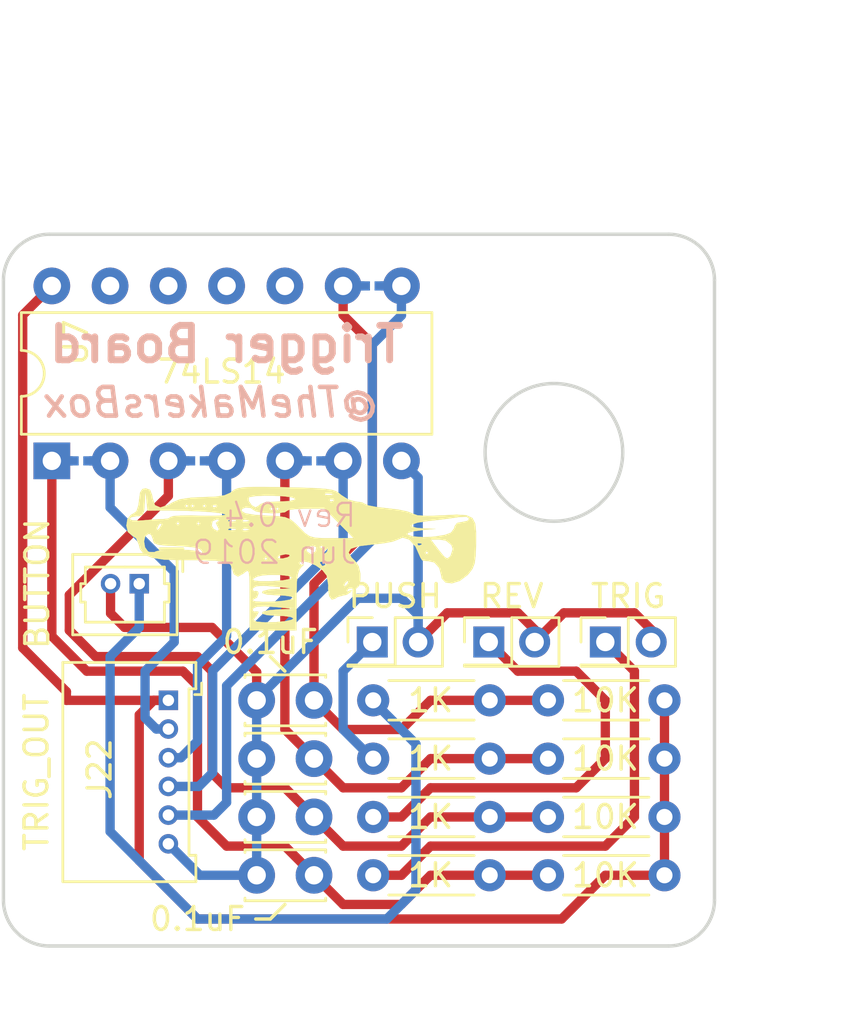
<source format=kicad_pcb>
(kicad_pcb (version 4) (host pcbnew 4.0.6)

  (general
    (links 42)
    (no_connects 0)
    (area 226.922999 83.665 268.348 127.715)
    (thickness 1.6)
    (drawings 20)
    (tracks 155)
    (zones 0)
    (modules 23)
    (nets 15)
  )

  (page A4)
  (title_block
    (date "lun. 30 mars 2015")
  )

  (layers
    (0 F.Cu signal)
    (31 B.Cu signal)
    (32 B.Adhes user)
    (33 F.Adhes user)
    (34 B.Paste user)
    (35 F.Paste user)
    (36 B.SilkS user)
    (37 F.SilkS user)
    (38 B.Mask user)
    (39 F.Mask user)
    (40 Dwgs.User user)
    (41 Cmts.User user)
    (42 Eco1.User user)
    (43 Eco2.User user)
    (44 Edge.Cuts user)
    (45 Margin user)
    (46 B.CrtYd user)
    (47 F.CrtYd user)
    (48 B.Fab user)
    (49 F.Fab user hide)
  )

  (setup
    (last_trace_width 0.25)
    (user_trace_width 0.254)
    (user_trace_width 0.3048)
    (user_trace_width 0.4064)
    (user_trace_width 0.6096)
    (user_trace_width 0.9144)
    (user_trace_width 1.524)
    (user_trace_width 2.032)
    (trace_clearance 0.2)
    (zone_clearance 0.508)
    (zone_45_only no)
    (trace_min 0.2)
    (segment_width 0.3)
    (edge_width 0.15)
    (via_size 0.6)
    (via_drill 0.4)
    (via_min_size 0.4)
    (via_min_drill 0.3)
    (uvia_size 0.3)
    (uvia_drill 0.1)
    (uvias_allowed no)
    (uvia_min_size 0.2)
    (uvia_min_drill 0.1)
    (pcb_text_width 0.3)
    (pcb_text_size 1.5 1.5)
    (mod_edge_width 0.15)
    (mod_text_size 1 1)
    (mod_text_width 0.15)
    (pad_size 2.4 2.4)
    (pad_drill 1.6)
    (pad_to_mask_clearance 0)
    (aux_axis_origin 110.998 126.365)
    (grid_origin 110.998 126.365)
    (visible_elements 7FFFFFFF)
    (pcbplotparams
      (layerselection 0x010f0_80000001)
      (usegerberextensions true)
      (excludeedgelayer true)
      (linewidth 0.100000)
      (plotframeref false)
      (viasonmask false)
      (mode 1)
      (useauxorigin false)
      (hpglpennumber 1)
      (hpglpenspeed 20)
      (hpglpendiameter 15)
      (hpglpenoverlay 2)
      (psnegative false)
      (psa4output false)
      (plotreference true)
      (plotvalue true)
      (plotinvisibletext false)
      (padsonsilk false)
      (subtractmaskfromsilk false)
      (outputformat 1)
      (mirror false)
      (drillshape 0)
      (scaleselection 1)
      (outputdirectory gerbers/))
  )

  (net 0 "")
  (net 1 GND)
  (net 2 VCC)
  (net 3 /TRIG)
  (net 4 "Net-(C6-Pad1)")
  (net 5 "Net-(C7-Pad1)")
  (net 6 "Net-(C8-Pad1)")
  (net 7 "Net-(C10-Pad1)")
  (net 8 "Net-(J6-Pad1)")
  (net 9 "Net-(J19-Pad1)")
  (net 10 "Net-(J20-Pad1)")
  (net 11 "Net-(J21-Pad1)")
  (net 12 /REV)
  (net 13 /PUSHER)
  (net 14 /BUTTON)

  (net_class Default "This is the default net class."
    (clearance 0.2)
    (trace_width 0.25)
    (via_dia 0.6)
    (via_drill 0.4)
    (uvia_dia 0.3)
    (uvia_drill 0.1)
    (add_net /BUTTON)
    (add_net /PUSHER)
    (add_net /REV)
    (add_net /TRIG)
    (add_net GND)
    (add_net "Net-(C10-Pad1)")
    (add_net "Net-(C6-Pad1)")
    (add_net "Net-(C7-Pad1)")
    (add_net "Net-(C8-Pad1)")
    (add_net "Net-(J19-Pad1)")
    (add_net "Net-(J20-Pad1)")
    (add_net "Net-(J21-Pad1)")
    (add_net "Net-(J6-Pad1)")
    (add_net VCC)
  )

  (module footprints:JMPR (layer B.Cu) (tedit 5D14E524) (tstamp 5D14EDC0)
    (at 240.538 103.235)
    (descr "Resistor SMD 0402, reflow soldering, Vishay (see dcrcw.pdf)")
    (tags "resistor 0402")
    (path /5D1503E1)
    (attr smd)
    (fp_text reference JP3 (at 0 0.762) (layer B.SilkS) hide
      (effects (font (size 0.3 0.3) (thickness 0.075)) (justify mirror))
    )
    (fp_text value JMPR (at 0 -0.762) (layer B.Fab)
      (effects (font (size 0.3 0.3) (thickness 0.075)) (justify mirror))
    )
    (fp_text user %R (at 0 0.762) (layer B.Fab)
      (effects (font (size 0.3 0.3) (thickness 0.075)) (justify mirror))
    )
    (fp_line (start -0.8 0.45) (end 0.8 0.45) (layer B.CrtYd) (width 0.05))
    (fp_line (start -0.8 0.45) (end -0.8 -0.45) (layer B.CrtYd) (width 0.05))
    (fp_line (start 0.8 -0.45) (end 0.8 0.45) (layer B.CrtYd) (width 0.05))
    (fp_line (start 0.8 -0.45) (end -0.8 -0.45) (layer B.CrtYd) (width 0.05))
    (pad 1 smd rect (at -0.4 0) (size 0.6 0.4) (layers B.Cu B.Paste B.Mask)
      (net 6 "Net-(C8-Pad1)"))
    (pad 2 smd rect (at 0.4 0) (size 0.6 0.4) (layers B.Cu B.Paste B.Mask)
      (net 13 /PUSHER))
    (model ${KISYS3DMOD}/Resistors_SMD.3dshapes/R_0402.wrl
      (at (xyz 0 0 0))
      (scale (xyz 1 1 1))
      (rotate (xyz 0 0 0))
    )
  )

  (module footprints:DIP-14_W7.62mm (layer F.Cu) (tedit 5D13E2DC) (tstamp 5CF73F82)
    (at 229.108 103.235 90)
    (descr "14-lead though-hole mounted DIP package, row spacing 7.62 mm (300 mils)")
    (tags "THT DIP DIL PDIP 2.54mm 7.62mm 300mil")
    (path /5CF79C8A)
    (fp_text reference U7 (at 5.16 1.05 90) (layer F.SilkS)
      (effects (font (size 1 1) (thickness 0.15)))
    )
    (fp_text value 74LS14 (at 3.89 7.4 180) (layer F.SilkS)
      (effects (font (size 1 1) (thickness 0.15)))
    )
    (fp_arc (start 3.81 -1.33) (end 2.81 -1.33) (angle -180) (layer F.SilkS) (width 0.12))
    (fp_line (start 1.635 -1.27) (end 6.985 -1.27) (layer F.Fab) (width 0.1))
    (fp_line (start 6.985 -1.27) (end 6.985 16.51) (layer F.Fab) (width 0.1))
    (fp_line (start 6.985 16.51) (end 0.635 16.51) (layer F.Fab) (width 0.1))
    (fp_line (start 0.635 16.51) (end 0.635 -0.27) (layer F.Fab) (width 0.1))
    (fp_line (start 0.635 -0.27) (end 1.635 -1.27) (layer F.Fab) (width 0.1))
    (fp_line (start 2.81 -1.33) (end 1.16 -1.33) (layer F.SilkS) (width 0.12))
    (fp_line (start 1.16 -1.33) (end 1.16 16.57) (layer F.SilkS) (width 0.12))
    (fp_line (start 1.16 16.57) (end 6.46 16.57) (layer F.SilkS) (width 0.12))
    (fp_line (start 6.46 16.57) (end 6.46 -1.33) (layer F.SilkS) (width 0.12))
    (fp_line (start 6.46 -1.33) (end 4.81 -1.33) (layer F.SilkS) (width 0.12))
    (fp_line (start -1.1 -1.55) (end -1.1 16.8) (layer F.CrtYd) (width 0.05))
    (fp_line (start -1.1 16.8) (end 8.7 16.8) (layer F.CrtYd) (width 0.05))
    (fp_line (start 8.7 16.8) (end 8.7 -1.55) (layer F.CrtYd) (width 0.05))
    (fp_line (start 8.7 -1.55) (end -1.1 -1.55) (layer F.CrtYd) (width 0.05))
    (fp_text user %R (at 3.81 7.62 90) (layer F.Fab)
      (effects (font (size 1 1) (thickness 0.15)))
    )
    (pad 1 thru_hole rect (at 0 0 90) (size 1.6 1.6) (drill 0.8) (layers *.Cu *.Mask)
      (net 4 "Net-(C6-Pad1)"))
    (pad 8 thru_hole oval (at 7.62 15.24 90) (size 1.6 1.6) (drill 0.8) (layers *.Cu *.Mask)
      (net 14 /BUTTON))
    (pad 2 thru_hole oval (at 0 2.54 90) (size 1.6 1.6) (drill 0.8) (layers *.Cu *.Mask)
      (net 3 /TRIG))
    (pad 9 thru_hole oval (at 7.62 12.7 90) (size 1.6 1.6) (drill 0.8) (layers *.Cu *.Mask)
      (net 7 "Net-(C10-Pad1)"))
    (pad 3 thru_hole oval (at 0 5.08 90) (size 1.6 1.6) (drill 0.8) (layers *.Cu *.Mask)
      (net 5 "Net-(C7-Pad1)"))
    (pad 10 thru_hole oval (at 7.62 10.16 90) (size 1.6 1.6) (drill 0.8) (layers *.Cu *.Mask))
    (pad 4 thru_hole oval (at 0 7.62 90) (size 1.6 1.6) (drill 0.8) (layers *.Cu *.Mask)
      (net 12 /REV))
    (pad 11 thru_hole oval (at 7.62 7.62 90) (size 1.6 1.6) (drill 0.8) (layers *.Cu *.Mask))
    (pad 5 thru_hole oval (at 0 10.16 90) (size 1.6 1.6) (drill 0.8) (layers *.Cu *.Mask)
      (net 6 "Net-(C8-Pad1)"))
    (pad 12 thru_hole oval (at 7.62 5.08 90) (size 1.6 1.6) (drill 0.8) (layers *.Cu *.Mask))
    (pad 6 thru_hole oval (at 0 12.7 90) (size 1.6 1.6) (drill 0.8) (layers *.Cu *.Mask)
      (net 13 /PUSHER))
    (pad 13 thru_hole oval (at 7.62 2.54 90) (size 1.6 1.6) (drill 0.8) (layers *.Cu *.Mask))
    (pad 7 thru_hole oval (at 0 15.24 90) (size 1.6 1.6) (drill 0.8) (layers *.Cu *.Mask)
      (net 1 GND))
    (pad 14 thru_hole oval (at 7.62 0 90) (size 1.6 1.6) (drill 0.8) (layers *.Cu *.Mask)
      (net 2 VCC))
    (model ${KISYS3DMOD}/Housings_DIP.3dshapes/DIP-14_W7.62mm.wrl
      (at (xyz 0 0 0))
      (scale (xyz 1 1 1))
      (rotate (xyz 0 0 0))
    )
  )

  (module footprints:R__P5.08mm (layer F.Cu) (tedit 5CE6B6CD) (tstamp 5CF7D8C1)
    (at 253.238 113.665)
    (descr "Resistor, Axial_DIN0204 series, Axial, Horizontal, pin pitch=5.08mm, 0.16666666666666666W = 1/6W, length*diameter=3.6*1.6mm^2, http://cdn-reichelt.de/documents/datenblatt/B400/1_4W%23YAG.pdf")
    (tags "Resistor Axial_DIN0204 series Axial Horizontal pin pitch 5.08mm 0.16666666666666666W = 1/6W length 3.6mm diameter 1.6mm")
    (path /5CFBC339)
    (fp_text reference R19 (at 0 0) (layer F.SilkS) hide
      (effects (font (size 1 1) (thickness 0.15)))
    )
    (fp_text value 10K (at 0 0) (layer F.SilkS)
      (effects (font (size 1 1) (thickness 0.15)))
    )
    (fp_line (start -1.76 -0.8) (end -1.76 0.8) (layer F.Fab) (width 0.1))
    (fp_line (start -1.76 0.8) (end 1.84 0.8) (layer F.Fab) (width 0.1))
    (fp_line (start 1.84 0.8) (end 1.84 -0.8) (layer F.Fab) (width 0.1))
    (fp_line (start 1.84 -0.8) (end -1.76 -0.8) (layer F.Fab) (width 0.1))
    (fp_line (start -2.5 0) (end -1.76 0) (layer F.Fab) (width 0.1))
    (fp_line (start 2.58 0) (end 1.84 0) (layer F.Fab) (width 0.1))
    (fp_line (start -1.82 -0.86) (end 1.9 -0.86) (layer F.SilkS) (width 0.12))
    (fp_line (start -1.82 0.86) (end 1.9 0.86) (layer F.SilkS) (width 0.12))
    (fp_line (start -3.45 -1.15) (end -3.45 1.15) (layer F.CrtYd) (width 0.05))
    (fp_line (start -3.45 1.15) (end 3.55 1.15) (layer F.CrtYd) (width 0.05))
    (fp_line (start 3.55 1.15) (end 3.55 -1.15) (layer F.CrtYd) (width 0.05))
    (fp_line (start 3.55 -1.15) (end -3.45 -1.15) (layer F.CrtYd) (width 0.05))
    (pad 1 thru_hole circle (at -2.5 0) (size 1.4 1.4) (drill 0.7) (layers *.Cu *.Mask)
      (net 7 "Net-(C10-Pad1)"))
    (pad 2 thru_hole oval (at 2.58 0) (size 1.4 1.4) (drill 0.7) (layers *.Cu *.Mask)
      (net 2 VCC))
    (model ${KISYS3DMOD}/Resistors_THT.3dshapes/R_Axial_DIN0204_L3.6mm_D1.6mm_P5.08mm_Horizontal.wrl
      (at (xyz 0 0 0))
      (scale (xyz 0.393701 0.393701 0.393701))
      (rotate (xyz 0 0 0))
    )
  )

  (module footprints:Molex_PicoBlade_53048-0610_06x1.25mm_Angled (layer F.Cu) (tedit 5CF81F21) (tstamp 5D001EDA)
    (at 234.188 113.665 270)
    (descr "Molex PicoBlade, single row, side entry type, through hole, PN:53048-0610")
    (tags "connector molex picoblade")
    (path /5CFC06DE)
    (fp_text reference J22 (at 3 3 270) (layer F.SilkS)
      (effects (font (size 1 1) (thickness 0.15)))
    )
    (fp_text value TRIG_OUT (at 3.125 5.75 270) (layer F.SilkS)
      (effects (font (size 1 1) (thickness 0.15)))
    )
    (fp_line (start -0.25 -1.15) (end -0.25 -1.45) (layer F.SilkS) (width 0.12))
    (fp_line (start -0.25 -1.45) (end -0.75 -1.45) (layer F.SilkS) (width 0.12))
    (fp_line (start -0.25 -1.15) (end -0.25 -1.45) (layer F.Fab) (width 0.1))
    (fp_line (start -0.25 -1.45) (end -0.75 -1.45) (layer F.Fab) (width 0.1))
    (fp_line (start 3.1 -1.25) (end -0.15 -1.25) (layer F.CrtYd) (width 0.05))
    (fp_line (start -0.15 -1.25) (end -0.15 -1.55) (layer F.CrtYd) (width 0.05))
    (fp_line (start -0.15 -1.55) (end -2 -1.55) (layer F.CrtYd) (width 0.05))
    (fp_line (start -2 -1.55) (end -2 4.95) (layer F.CrtYd) (width 0.05))
    (fp_line (start -2 4.95) (end 3.1 4.95) (layer F.CrtYd) (width 0.05))
    (fp_line (start 3.1 -1.25) (end 6.4 -1.25) (layer F.CrtYd) (width 0.05))
    (fp_line (start 6.4 -1.25) (end 6.4 -1.55) (layer F.CrtYd) (width 0.05))
    (fp_line (start 6.4 -1.55) (end 8.25 -1.55) (layer F.CrtYd) (width 0.05))
    (fp_line (start 8.25 -1.55) (end 8.25 4.95) (layer F.CrtYd) (width 0.05))
    (fp_line (start 8.25 4.95) (end 3.1 4.95) (layer F.CrtYd) (width 0.05))
    (fp_line (start 3.125 -0.75) (end -0.65 -0.75) (layer F.Fab) (width 0.1))
    (fp_line (start -0.65 -0.75) (end -0.65 -1.05) (layer F.Fab) (width 0.1))
    (fp_line (start -0.65 -1.05) (end -1.5 -1.05) (layer F.Fab) (width 0.1))
    (fp_line (start -1.5 -1.05) (end -1.5 4.45) (layer F.Fab) (width 0.1))
    (fp_line (start -1.5 4.45) (end 3.125 4.45) (layer F.Fab) (width 0.1))
    (fp_line (start 3.125 -0.75) (end 6.9 -0.75) (layer F.Fab) (width 0.1))
    (fp_line (start 6.9 -0.75) (end 6.9 -1.05) (layer F.Fab) (width 0.1))
    (fp_line (start 6.9 -1.05) (end 7.75 -1.05) (layer F.Fab) (width 0.1))
    (fp_line (start 7.75 -1.05) (end 7.75 4.45) (layer F.Fab) (width 0.1))
    (fp_line (start 7.75 4.45) (end 3.125 4.45) (layer F.Fab) (width 0.1))
    (fp_line (start 3.125 -0.9) (end -0.5 -0.9) (layer F.SilkS) (width 0.12))
    (fp_line (start -0.5 -0.9) (end -0.5 -1.2) (layer F.SilkS) (width 0.12))
    (fp_line (start -0.5 -1.2) (end -1.65 -1.2) (layer F.SilkS) (width 0.12))
    (fp_line (start -1.65 -1.2) (end -1.65 4.6) (layer F.SilkS) (width 0.12))
    (fp_line (start -1.65 4.6) (end 3.125 4.6) (layer F.SilkS) (width 0.12))
    (fp_line (start 3.125 -0.9) (end 6.75 -0.9) (layer F.SilkS) (width 0.12))
    (fp_line (start 6.75 -0.9) (end 6.75 -1.2) (layer F.SilkS) (width 0.12))
    (fp_line (start 6.75 -1.2) (end 7.9 -1.2) (layer F.SilkS) (width 0.12))
    (fp_line (start 7.9 -1.2) (end 7.9 4.6) (layer F.SilkS) (width 0.12))
    (fp_line (start 7.9 4.6) (end 3.125 4.6) (layer F.SilkS) (width 0.12))
    (fp_text user %R (at 3.125 3 270) (layer F.Fab)
      (effects (font (size 1 1) (thickness 0.15)))
    )
    (pad 1 thru_hole rect (at 0 0 270) (size 0.85 0.85) (drill 0.5) (layers *.Cu *.Mask)
      (net 2 VCC))
    (pad 2 thru_hole circle (at 1.25 0 270) (size 0.85 0.85) (drill 0.5) (layers *.Cu *.Mask)
      (net 3 /TRIG))
    (pad 3 thru_hole circle (at 2.5 0 270) (size 0.85 0.85) (drill 0.5) (layers *.Cu *.Mask)
      (net 12 /REV))
    (pad 4 thru_hole circle (at 3.75 0 270) (size 0.85 0.85) (drill 0.5) (layers *.Cu *.Mask)
      (net 13 /PUSHER))
    (pad 5 thru_hole circle (at 5 0 270) (size 0.85 0.85) (drill 0.5) (layers *.Cu *.Mask)
      (net 14 /BUTTON))
    (pad 6 thru_hole circle (at 6.25 0 270) (size 0.85 0.85) (drill 0.5) (layers *.Cu *.Mask)
      (net 1 GND))
    (model ${KISYS3DMOD}/Connectors_Molex.3dshapes/Molex_PicoBlade_53048-0610_06x1.25mm_Angled.wrl
      (at (xyz 0 0 0))
      (scale (xyz 1 1 1))
      (rotate (xyz 0 0 0))
    )
  )

  (module footprints:R__P5.08mm (layer F.Cu) (tedit 5CE6B6CD) (tstamp 5CDF7B01)
    (at 253.238 116.205)
    (descr "Resistor, Axial_DIN0204 series, Axial, Horizontal, pin pitch=5.08mm, 0.16666666666666666W = 1/6W, length*diameter=3.6*1.6mm^2, http://cdn-reichelt.de/documents/datenblatt/B400/1_4W%23YAG.pdf")
    (tags "Resistor Axial_DIN0204 series Axial Horizontal pin pitch 5.08mm 0.16666666666666666W = 1/6W length 3.6mm diameter 1.6mm")
    (path /5CE121EF)
    (fp_text reference R10 (at 0 0) (layer F.SilkS) hide
      (effects (font (size 1 1) (thickness 0.15)))
    )
    (fp_text value 10K (at 0 0) (layer F.SilkS)
      (effects (font (size 1 1) (thickness 0.15)))
    )
    (fp_line (start -1.76 -0.8) (end -1.76 0.8) (layer F.Fab) (width 0.1))
    (fp_line (start -1.76 0.8) (end 1.84 0.8) (layer F.Fab) (width 0.1))
    (fp_line (start 1.84 0.8) (end 1.84 -0.8) (layer F.Fab) (width 0.1))
    (fp_line (start 1.84 -0.8) (end -1.76 -0.8) (layer F.Fab) (width 0.1))
    (fp_line (start -2.5 0) (end -1.76 0) (layer F.Fab) (width 0.1))
    (fp_line (start 2.58 0) (end 1.84 0) (layer F.Fab) (width 0.1))
    (fp_line (start -1.82 -0.86) (end 1.9 -0.86) (layer F.SilkS) (width 0.12))
    (fp_line (start -1.82 0.86) (end 1.9 0.86) (layer F.SilkS) (width 0.12))
    (fp_line (start -3.45 -1.15) (end -3.45 1.15) (layer F.CrtYd) (width 0.05))
    (fp_line (start -3.45 1.15) (end 3.55 1.15) (layer F.CrtYd) (width 0.05))
    (fp_line (start 3.55 1.15) (end 3.55 -1.15) (layer F.CrtYd) (width 0.05))
    (fp_line (start 3.55 -1.15) (end -3.45 -1.15) (layer F.CrtYd) (width 0.05))
    (pad 1 thru_hole circle (at -2.5 0) (size 1.4 1.4) (drill 0.7) (layers *.Cu *.Mask)
      (net 6 "Net-(C8-Pad1)"))
    (pad 2 thru_hole oval (at 2.58 0) (size 1.4 1.4) (drill 0.7) (layers *.Cu *.Mask)
      (net 2 VCC))
    (model ${KISYS3DMOD}/Resistors_THT.3dshapes/R_Axial_DIN0204_L3.6mm_D1.6mm_P5.08mm_Horizontal.wrl
      (at (xyz 0 0 0))
      (scale (xyz 0.393701 0.393701 0.393701))
      (rotate (xyz 0 0 0))
    )
  )

  (module footprints:R__P5.08mm (layer F.Cu) (tedit 5CE6B6CD) (tstamp 5CDF7E49)
    (at 253.238 121.285)
    (descr "Resistor, Axial_DIN0204 series, Axial, Horizontal, pin pitch=5.08mm, 0.16666666666666666W = 1/6W, length*diameter=3.6*1.6mm^2, http://cdn-reichelt.de/documents/datenblatt/B400/1_4W%23YAG.pdf")
    (tags "Resistor Axial_DIN0204 series Axial Horizontal pin pitch 5.08mm 0.16666666666666666W = 1/6W length 3.6mm diameter 1.6mm")
    (path /5CE0DBDA)
    (fp_text reference R4 (at 0 0) (layer F.SilkS) hide
      (effects (font (size 1 1) (thickness 0.15)))
    )
    (fp_text value 10K (at 0 0) (layer F.SilkS)
      (effects (font (size 1 1) (thickness 0.15)))
    )
    (fp_line (start -1.76 -0.8) (end -1.76 0.8) (layer F.Fab) (width 0.1))
    (fp_line (start -1.76 0.8) (end 1.84 0.8) (layer F.Fab) (width 0.1))
    (fp_line (start 1.84 0.8) (end 1.84 -0.8) (layer F.Fab) (width 0.1))
    (fp_line (start 1.84 -0.8) (end -1.76 -0.8) (layer F.Fab) (width 0.1))
    (fp_line (start -2.5 0) (end -1.76 0) (layer F.Fab) (width 0.1))
    (fp_line (start 2.58 0) (end 1.84 0) (layer F.Fab) (width 0.1))
    (fp_line (start -1.82 -0.86) (end 1.9 -0.86) (layer F.SilkS) (width 0.12))
    (fp_line (start -1.82 0.86) (end 1.9 0.86) (layer F.SilkS) (width 0.12))
    (fp_line (start -3.45 -1.15) (end -3.45 1.15) (layer F.CrtYd) (width 0.05))
    (fp_line (start -3.45 1.15) (end 3.55 1.15) (layer F.CrtYd) (width 0.05))
    (fp_line (start 3.55 1.15) (end 3.55 -1.15) (layer F.CrtYd) (width 0.05))
    (fp_line (start 3.55 -1.15) (end -3.45 -1.15) (layer F.CrtYd) (width 0.05))
    (pad 1 thru_hole circle (at -2.5 0) (size 1.4 1.4) (drill 0.7) (layers *.Cu *.Mask)
      (net 4 "Net-(C6-Pad1)"))
    (pad 2 thru_hole oval (at 2.58 0) (size 1.4 1.4) (drill 0.7) (layers *.Cu *.Mask)
      (net 2 VCC))
    (model ${KISYS3DMOD}/Resistors_THT.3dshapes/R_Axial_DIN0204_L3.6mm_D1.6mm_P5.08mm_Horizontal.wrl
      (at (xyz 0 0 0))
      (scale (xyz 0.393701 0.393701 0.393701))
      (rotate (xyz 0 0 0))
    )
  )

  (module footprints:R__P5.08mm (layer F.Cu) (tedit 5CE6B6CD) (tstamp 5CDF7E55)
    (at 253.238 118.745)
    (descr "Resistor, Axial_DIN0204 series, Axial, Horizontal, pin pitch=5.08mm, 0.16666666666666666W = 1/6W, length*diameter=3.6*1.6mm^2, http://cdn-reichelt.de/documents/datenblatt/B400/1_4W%23YAG.pdf")
    (tags "Resistor Axial_DIN0204 series Axial Horizontal pin pitch 5.08mm 0.16666666666666666W = 1/6W length 3.6mm diameter 1.6mm")
    (path /5CE1198B)
    (fp_text reference R6 (at 0 0) (layer F.SilkS) hide
      (effects (font (size 1 1) (thickness 0.15)))
    )
    (fp_text value 10K (at 0 0) (layer F.SilkS)
      (effects (font (size 1 1) (thickness 0.15)))
    )
    (fp_line (start -1.76 -0.8) (end -1.76 0.8) (layer F.Fab) (width 0.1))
    (fp_line (start -1.76 0.8) (end 1.84 0.8) (layer F.Fab) (width 0.1))
    (fp_line (start 1.84 0.8) (end 1.84 -0.8) (layer F.Fab) (width 0.1))
    (fp_line (start 1.84 -0.8) (end -1.76 -0.8) (layer F.Fab) (width 0.1))
    (fp_line (start -2.5 0) (end -1.76 0) (layer F.Fab) (width 0.1))
    (fp_line (start 2.58 0) (end 1.84 0) (layer F.Fab) (width 0.1))
    (fp_line (start -1.82 -0.86) (end 1.9 -0.86) (layer F.SilkS) (width 0.12))
    (fp_line (start -1.82 0.86) (end 1.9 0.86) (layer F.SilkS) (width 0.12))
    (fp_line (start -3.45 -1.15) (end -3.45 1.15) (layer F.CrtYd) (width 0.05))
    (fp_line (start -3.45 1.15) (end 3.55 1.15) (layer F.CrtYd) (width 0.05))
    (fp_line (start 3.55 1.15) (end 3.55 -1.15) (layer F.CrtYd) (width 0.05))
    (fp_line (start 3.55 -1.15) (end -3.45 -1.15) (layer F.CrtYd) (width 0.05))
    (pad 1 thru_hole circle (at -2.5 0) (size 1.4 1.4) (drill 0.7) (layers *.Cu *.Mask)
      (net 5 "Net-(C7-Pad1)"))
    (pad 2 thru_hole oval (at 2.58 0) (size 1.4 1.4) (drill 0.7) (layers *.Cu *.Mask)
      (net 2 VCC))
    (model ${KISYS3DMOD}/Resistors_THT.3dshapes/R_Axial_DIN0204_L3.6mm_D1.6mm_P5.08mm_Horizontal.wrl
      (at (xyz 0 0 0))
      (scale (xyz 0.393701 0.393701 0.393701))
      (rotate (xyz 0 0 0))
    )
  )

  (module footprints:R__P5.08mm (layer F.Cu) (tedit 5CE6B6CD) (tstamp 5CDF7B07)
    (at 245.618 116.205)
    (descr "Resistor, Axial_DIN0204 series, Axial, Horizontal, pin pitch=5.08mm, 0.16666666666666666W = 1/6W, length*diameter=3.6*1.6mm^2, http://cdn-reichelt.de/documents/datenblatt/B400/1_4W%23YAG.pdf")
    (tags "Resistor Axial_DIN0204 series Axial Horizontal pin pitch 5.08mm 0.16666666666666666W = 1/6W length 3.6mm diameter 1.6mm")
    (path /5CE121F5)
    (fp_text reference R11 (at 0 0) (layer F.SilkS) hide
      (effects (font (size 1 1) (thickness 0.15)))
    )
    (fp_text value 1K (at 0 0) (layer F.SilkS)
      (effects (font (size 1 1) (thickness 0.15)))
    )
    (fp_line (start -1.76 -0.8) (end -1.76 0.8) (layer F.Fab) (width 0.1))
    (fp_line (start -1.76 0.8) (end 1.84 0.8) (layer F.Fab) (width 0.1))
    (fp_line (start 1.84 0.8) (end 1.84 -0.8) (layer F.Fab) (width 0.1))
    (fp_line (start 1.84 -0.8) (end -1.76 -0.8) (layer F.Fab) (width 0.1))
    (fp_line (start -2.5 0) (end -1.76 0) (layer F.Fab) (width 0.1))
    (fp_line (start 2.58 0) (end 1.84 0) (layer F.Fab) (width 0.1))
    (fp_line (start -1.82 -0.86) (end 1.9 -0.86) (layer F.SilkS) (width 0.12))
    (fp_line (start -1.82 0.86) (end 1.9 0.86) (layer F.SilkS) (width 0.12))
    (fp_line (start -3.45 -1.15) (end -3.45 1.15) (layer F.CrtYd) (width 0.05))
    (fp_line (start -3.45 1.15) (end 3.55 1.15) (layer F.CrtYd) (width 0.05))
    (fp_line (start 3.55 1.15) (end 3.55 -1.15) (layer F.CrtYd) (width 0.05))
    (fp_line (start 3.55 -1.15) (end -3.45 -1.15) (layer F.CrtYd) (width 0.05))
    (pad 1 thru_hole circle (at -2.5 0) (size 1.4 1.4) (drill 0.7) (layers *.Cu *.Mask)
      (net 10 "Net-(J20-Pad1)"))
    (pad 2 thru_hole oval (at 2.58 0) (size 1.4 1.4) (drill 0.7) (layers *.Cu *.Mask)
      (net 6 "Net-(C8-Pad1)"))
    (model ${KISYS3DMOD}/Resistors_THT.3dshapes/R_Axial_DIN0204_L3.6mm_D1.6mm_P5.08mm_Horizontal.wrl
      (at (xyz 0 0 0))
      (scale (xyz 0.393701 0.393701 0.393701))
      (rotate (xyz 0 0 0))
    )
  )

  (module footprints:R__P5.08mm (layer F.Cu) (tedit 5CE6B6CD) (tstamp 5CDF7E5B)
    (at 245.618 118.745)
    (descr "Resistor, Axial_DIN0204 series, Axial, Horizontal, pin pitch=5.08mm, 0.16666666666666666W = 1/6W, length*diameter=3.6*1.6mm^2, http://cdn-reichelt.de/documents/datenblatt/B400/1_4W%23YAG.pdf")
    (tags "Resistor Axial_DIN0204 series Axial Horizontal pin pitch 5.08mm 0.16666666666666666W = 1/6W length 3.6mm diameter 1.6mm")
    (path /5CE11991)
    (fp_text reference R7 (at 0 0) (layer F.SilkS) hide
      (effects (font (size 1 1) (thickness 0.15)))
    )
    (fp_text value 1K (at 0 0) (layer F.SilkS)
      (effects (font (size 1 1) (thickness 0.15)))
    )
    (fp_line (start -1.76 -0.8) (end -1.76 0.8) (layer F.Fab) (width 0.1))
    (fp_line (start -1.76 0.8) (end 1.84 0.8) (layer F.Fab) (width 0.1))
    (fp_line (start 1.84 0.8) (end 1.84 -0.8) (layer F.Fab) (width 0.1))
    (fp_line (start 1.84 -0.8) (end -1.76 -0.8) (layer F.Fab) (width 0.1))
    (fp_line (start -2.5 0) (end -1.76 0) (layer F.Fab) (width 0.1))
    (fp_line (start 2.58 0) (end 1.84 0) (layer F.Fab) (width 0.1))
    (fp_line (start -1.82 -0.86) (end 1.9 -0.86) (layer F.SilkS) (width 0.12))
    (fp_line (start -1.82 0.86) (end 1.9 0.86) (layer F.SilkS) (width 0.12))
    (fp_line (start -3.45 -1.15) (end -3.45 1.15) (layer F.CrtYd) (width 0.05))
    (fp_line (start -3.45 1.15) (end 3.55 1.15) (layer F.CrtYd) (width 0.05))
    (fp_line (start 3.55 1.15) (end 3.55 -1.15) (layer F.CrtYd) (width 0.05))
    (fp_line (start 3.55 -1.15) (end -3.45 -1.15) (layer F.CrtYd) (width 0.05))
    (pad 1 thru_hole circle (at -2.5 0) (size 1.4 1.4) (drill 0.7) (layers *.Cu *.Mask)
      (net 8 "Net-(J6-Pad1)"))
    (pad 2 thru_hole oval (at 2.58 0) (size 1.4 1.4) (drill 0.7) (layers *.Cu *.Mask)
      (net 5 "Net-(C7-Pad1)"))
    (model ${KISYS3DMOD}/Resistors_THT.3dshapes/R_Axial_DIN0204_L3.6mm_D1.6mm_P5.08mm_Horizontal.wrl
      (at (xyz 0 0 0))
      (scale (xyz 0.393701 0.393701 0.393701))
      (rotate (xyz 0 0 0))
    )
  )

  (module footprints:R__P5.08mm (layer F.Cu) (tedit 5CE6B6CD) (tstamp 5CDF7E4F)
    (at 245.618 121.285)
    (descr "Resistor, Axial_DIN0204 series, Axial, Horizontal, pin pitch=5.08mm, 0.16666666666666666W = 1/6W, length*diameter=3.6*1.6mm^2, http://cdn-reichelt.de/documents/datenblatt/B400/1_4W%23YAG.pdf")
    (tags "Resistor Axial_DIN0204 series Axial Horizontal pin pitch 5.08mm 0.16666666666666666W = 1/6W length 3.6mm diameter 1.6mm")
    (path /5CE0DCF4)
    (fp_text reference R5 (at 0 0) (layer F.SilkS) hide
      (effects (font (size 1 1) (thickness 0.15)))
    )
    (fp_text value 1K (at 0 0) (layer F.SilkS)
      (effects (font (size 1 1) (thickness 0.15)))
    )
    (fp_line (start -1.76 -0.8) (end -1.76 0.8) (layer F.Fab) (width 0.1))
    (fp_line (start -1.76 0.8) (end 1.84 0.8) (layer F.Fab) (width 0.1))
    (fp_line (start 1.84 0.8) (end 1.84 -0.8) (layer F.Fab) (width 0.1))
    (fp_line (start 1.84 -0.8) (end -1.76 -0.8) (layer F.Fab) (width 0.1))
    (fp_line (start -2.5 0) (end -1.76 0) (layer F.Fab) (width 0.1))
    (fp_line (start 2.58 0) (end 1.84 0) (layer F.Fab) (width 0.1))
    (fp_line (start -1.82 -0.86) (end 1.9 -0.86) (layer F.SilkS) (width 0.12))
    (fp_line (start -1.82 0.86) (end 1.9 0.86) (layer F.SilkS) (width 0.12))
    (fp_line (start -3.45 -1.15) (end -3.45 1.15) (layer F.CrtYd) (width 0.05))
    (fp_line (start -3.45 1.15) (end 3.55 1.15) (layer F.CrtYd) (width 0.05))
    (fp_line (start 3.55 1.15) (end 3.55 -1.15) (layer F.CrtYd) (width 0.05))
    (fp_line (start 3.55 -1.15) (end -3.45 -1.15) (layer F.CrtYd) (width 0.05))
    (pad 1 thru_hole circle (at -2.5 0) (size 1.4 1.4) (drill 0.7) (layers *.Cu *.Mask)
      (net 9 "Net-(J19-Pad1)"))
    (pad 2 thru_hole oval (at 2.58 0) (size 1.4 1.4) (drill 0.7) (layers *.Cu *.Mask)
      (net 4 "Net-(C6-Pad1)"))
    (model ${KISYS3DMOD}/Resistors_THT.3dshapes/R_Axial_DIN0204_L3.6mm_D1.6mm_P5.08mm_Horizontal.wrl
      (at (xyz 0 0 0))
      (scale (xyz 0.393701 0.393701 0.393701))
      (rotate (xyz 0 0 0))
    )
  )

  (module footprints:C_Disc_D3.4mm_W2.1mm_P2.50mm (layer F.Cu) (tedit 5D143771) (tstamp 5CE76671)
    (at 240.538 121.285 180)
    (descr "C, Disc series, Radial, pin pitch=2.50mm, , diameter*width=3.4*2.1mm^2, Capacitor, http://www.vishay.com/docs/45233/krseries.pdf")
    (tags "C Disc series Radial pin pitch 2.50mm  diameter 3.4mm width 2.1mm Capacitor")
    (path /5CE0DDB2)
    (fp_text reference C6 (at 1.25 -2.36 180) (layer F.SilkS) hide
      (effects (font (size 1 1) (thickness 0.15)))
    )
    (fp_text value 0.1uF (at 5.08 -1.905 180) (layer F.SilkS)
      (effects (font (size 1 1) (thickness 0.15)))
    )
    (fp_line (start -0.45 -1.05) (end -0.45 1.05) (layer F.Fab) (width 0.1))
    (fp_line (start -0.45 1.05) (end 2.95 1.05) (layer F.Fab) (width 0.1))
    (fp_line (start 2.95 1.05) (end 2.95 -1.05) (layer F.Fab) (width 0.1))
    (fp_line (start 2.95 -1.05) (end -0.45 -1.05) (layer F.Fab) (width 0.1))
    (fp_line (start -0.51 -1.11) (end 3.01 -1.11) (layer F.SilkS) (width 0.12))
    (fp_line (start -0.51 1.11) (end 3.01 1.11) (layer F.SilkS) (width 0.12))
    (fp_line (start -0.51 -1.11) (end -0.51 -0.996) (layer F.SilkS) (width 0.12))
    (fp_line (start -0.51 0.996) (end -0.51 1.11) (layer F.SilkS) (width 0.12))
    (fp_line (start 3.01 -1.11) (end 3.01 -0.996) (layer F.SilkS) (width 0.12))
    (fp_line (start 3.01 0.996) (end 3.01 1.11) (layer F.SilkS) (width 0.12))
    (fp_line (start -1.05 -1.4) (end -1.05 1.4) (layer F.CrtYd) (width 0.05))
    (fp_line (start -1.05 1.4) (end 3.55 1.4) (layer F.CrtYd) (width 0.05))
    (fp_line (start 3.55 1.4) (end 3.55 -1.4) (layer F.CrtYd) (width 0.05))
    (fp_line (start 3.55 -1.4) (end -1.05 -1.4) (layer F.CrtYd) (width 0.05))
    (fp_text user %R (at 1.25 0 180) (layer F.Fab)
      (effects (font (size 1 1) (thickness 0.15)))
    )
    (pad 1 thru_hole circle (at 0 0 180) (size 1.6 1.6) (drill 0.8) (layers *.Cu *.Mask)
      (net 4 "Net-(C6-Pad1)"))
    (pad 2 thru_hole circle (at 2.5 0 180) (size 1.6 1.6) (drill 0.8) (layers *.Cu *.Mask)
      (net 1 GND))
    (model ${KISYS3DMOD}/Capacitors_THT.3dshapes/C_Disc_D3.4mm_W2.1mm_P2.50mm.wrl
      (at (xyz 0 0 0))
      (scale (xyz 1 1 1))
      (rotate (xyz 0 0 0))
    )
  )

  (module footprints:C_Disc_D3.4mm_W2.1mm_P2.50mm (layer F.Cu) (tedit 5D143730) (tstamp 5CE76685)
    (at 240.538 118.745 180)
    (descr "C, Disc series, Radial, pin pitch=2.50mm, , diameter*width=3.4*2.1mm^2, Capacitor, http://www.vishay.com/docs/45233/krseries.pdf")
    (tags "C Disc series Radial pin pitch 2.50mm  diameter 3.4mm width 2.1mm Capacitor")
    (path /5CE11997)
    (fp_text reference C7 (at 1.25 -2.36 180) (layer F.SilkS) hide
      (effects (font (size 1 1) (thickness 0.15)))
    )
    (fp_text value 0.1uF (at 1.27 1.905 180) (layer F.SilkS) hide
      (effects (font (size 1 1) (thickness 0.15)))
    )
    (fp_line (start -0.45 -1.05) (end -0.45 1.05) (layer F.Fab) (width 0.1))
    (fp_line (start -0.45 1.05) (end 2.95 1.05) (layer F.Fab) (width 0.1))
    (fp_line (start 2.95 1.05) (end 2.95 -1.05) (layer F.Fab) (width 0.1))
    (fp_line (start 2.95 -1.05) (end -0.45 -1.05) (layer F.Fab) (width 0.1))
    (fp_line (start -0.51 -1.11) (end 3.01 -1.11) (layer F.SilkS) (width 0.12))
    (fp_line (start -0.51 1.11) (end 3.01 1.11) (layer F.SilkS) (width 0.12))
    (fp_line (start -0.51 -1.11) (end -0.51 -0.996) (layer F.SilkS) (width 0.12))
    (fp_line (start -0.51 0.996) (end -0.51 1.11) (layer F.SilkS) (width 0.12))
    (fp_line (start 3.01 -1.11) (end 3.01 -0.996) (layer F.SilkS) (width 0.12))
    (fp_line (start 3.01 0.996) (end 3.01 1.11) (layer F.SilkS) (width 0.12))
    (fp_line (start -1.05 -1.4) (end -1.05 1.4) (layer F.CrtYd) (width 0.05))
    (fp_line (start -1.05 1.4) (end 3.55 1.4) (layer F.CrtYd) (width 0.05))
    (fp_line (start 3.55 1.4) (end 3.55 -1.4) (layer F.CrtYd) (width 0.05))
    (fp_line (start 3.55 -1.4) (end -1.05 -1.4) (layer F.CrtYd) (width 0.05))
    (fp_text user %R (at 1.25 0 180) (layer F.Fab)
      (effects (font (size 1 1) (thickness 0.15)))
    )
    (pad 1 thru_hole circle (at 0 0 180) (size 1.6 1.6) (drill 0.8) (layers *.Cu *.Mask)
      (net 5 "Net-(C7-Pad1)"))
    (pad 2 thru_hole circle (at 2.5 0 180) (size 1.6 1.6) (drill 0.8) (layers *.Cu *.Mask)
      (net 1 GND))
    (model ${KISYS3DMOD}/Capacitors_THT.3dshapes/C_Disc_D3.4mm_W2.1mm_P2.50mm.wrl
      (at (xyz 0 0 0))
      (scale (xyz 1 1 1))
      (rotate (xyz 0 0 0))
    )
  )

  (module footprints:C_Disc_D3.4mm_W2.1mm_P2.50mm (layer F.Cu) (tedit 5D143736) (tstamp 5CE76699)
    (at 240.538 116.205 180)
    (descr "C, Disc series, Radial, pin pitch=2.50mm, , diameter*width=3.4*2.1mm^2, Capacitor, http://www.vishay.com/docs/45233/krseries.pdf")
    (tags "C Disc series Radial pin pitch 2.50mm  diameter 3.4mm width 2.1mm Capacitor")
    (path /5CE121FB)
    (fp_text reference C8 (at 1.25 -2.36 180) (layer F.SilkS) hide
      (effects (font (size 1 1) (thickness 0.15)))
    )
    (fp_text value 0.1uF (at 1.27 1.905 180) (layer F.SilkS) hide
      (effects (font (size 1 1) (thickness 0.15)))
    )
    (fp_line (start -0.45 -1.05) (end -0.45 1.05) (layer F.Fab) (width 0.1))
    (fp_line (start -0.45 1.05) (end 2.95 1.05) (layer F.Fab) (width 0.1))
    (fp_line (start 2.95 1.05) (end 2.95 -1.05) (layer F.Fab) (width 0.1))
    (fp_line (start 2.95 -1.05) (end -0.45 -1.05) (layer F.Fab) (width 0.1))
    (fp_line (start -0.51 -1.11) (end 3.01 -1.11) (layer F.SilkS) (width 0.12))
    (fp_line (start -0.51 1.11) (end 3.01 1.11) (layer F.SilkS) (width 0.12))
    (fp_line (start -0.51 -1.11) (end -0.51 -0.996) (layer F.SilkS) (width 0.12))
    (fp_line (start -0.51 0.996) (end -0.51 1.11) (layer F.SilkS) (width 0.12))
    (fp_line (start 3.01 -1.11) (end 3.01 -0.996) (layer F.SilkS) (width 0.12))
    (fp_line (start 3.01 0.996) (end 3.01 1.11) (layer F.SilkS) (width 0.12))
    (fp_line (start -1.05 -1.4) (end -1.05 1.4) (layer F.CrtYd) (width 0.05))
    (fp_line (start -1.05 1.4) (end 3.55 1.4) (layer F.CrtYd) (width 0.05))
    (fp_line (start 3.55 1.4) (end 3.55 -1.4) (layer F.CrtYd) (width 0.05))
    (fp_line (start 3.55 -1.4) (end -1.05 -1.4) (layer F.CrtYd) (width 0.05))
    (fp_text user %R (at 1.25 0 180) (layer F.Fab)
      (effects (font (size 1 1) (thickness 0.15)))
    )
    (pad 1 thru_hole circle (at 0 0 180) (size 1.6 1.6) (drill 0.8) (layers *.Cu *.Mask)
      (net 6 "Net-(C8-Pad1)"))
    (pad 2 thru_hole circle (at 2.5 0 180) (size 1.6 1.6) (drill 0.8) (layers *.Cu *.Mask)
      (net 1 GND))
    (model ${KISYS3DMOD}/Capacitors_THT.3dshapes/C_Disc_D3.4mm_W2.1mm_P2.50mm.wrl
      (at (xyz 0 0 0))
      (scale (xyz 1 1 1))
      (rotate (xyz 0 0 0))
    )
  )

  (module footprints:C_Disc_D3.4mm_W2.1mm_P2.50mm (layer F.Cu) (tedit 5D143741) (tstamp 5CF7D7FB)
    (at 240.538 113.665 180)
    (descr "C, Disc series, Radial, pin pitch=2.50mm, , diameter*width=3.4*2.1mm^2, Capacitor, http://www.vishay.com/docs/45233/krseries.pdf")
    (tags "C Disc series Radial pin pitch 2.50mm  diameter 3.4mm width 2.1mm Capacitor")
    (path /5CFBC345)
    (fp_text reference C10 (at 1.25 -2.36 180) (layer F.SilkS) hide
      (effects (font (size 1 1) (thickness 0.15)))
    )
    (fp_text value 0.1uF (at 1.905 2.54 180) (layer F.SilkS)
      (effects (font (size 1 1) (thickness 0.15)))
    )
    (fp_line (start -0.45 -1.05) (end -0.45 1.05) (layer F.Fab) (width 0.1))
    (fp_line (start -0.45 1.05) (end 2.95 1.05) (layer F.Fab) (width 0.1))
    (fp_line (start 2.95 1.05) (end 2.95 -1.05) (layer F.Fab) (width 0.1))
    (fp_line (start 2.95 -1.05) (end -0.45 -1.05) (layer F.Fab) (width 0.1))
    (fp_line (start -0.51 -1.11) (end 3.01 -1.11) (layer F.SilkS) (width 0.12))
    (fp_line (start -0.51 1.11) (end 3.01 1.11) (layer F.SilkS) (width 0.12))
    (fp_line (start -0.51 -1.11) (end -0.51 -0.996) (layer F.SilkS) (width 0.12))
    (fp_line (start -0.51 0.996) (end -0.51 1.11) (layer F.SilkS) (width 0.12))
    (fp_line (start 3.01 -1.11) (end 3.01 -0.996) (layer F.SilkS) (width 0.12))
    (fp_line (start 3.01 0.996) (end 3.01 1.11) (layer F.SilkS) (width 0.12))
    (fp_line (start -1.05 -1.4) (end -1.05 1.4) (layer F.CrtYd) (width 0.05))
    (fp_line (start -1.05 1.4) (end 3.55 1.4) (layer F.CrtYd) (width 0.05))
    (fp_line (start 3.55 1.4) (end 3.55 -1.4) (layer F.CrtYd) (width 0.05))
    (fp_line (start 3.55 -1.4) (end -1.05 -1.4) (layer F.CrtYd) (width 0.05))
    (fp_text user %R (at 1.25 0 180) (layer F.Fab)
      (effects (font (size 1 1) (thickness 0.15)))
    )
    (pad 1 thru_hole circle (at 0 0 180) (size 1.6 1.6) (drill 0.8) (layers *.Cu *.Mask)
      (net 7 "Net-(C10-Pad1)"))
    (pad 2 thru_hole circle (at 2.5 0 180) (size 1.6 1.6) (drill 0.8) (layers *.Cu *.Mask)
      (net 1 GND))
    (model ${KISYS3DMOD}/Capacitors_THT.3dshapes/C_Disc_D3.4mm_W2.1mm_P2.50mm.wrl
      (at (xyz 0 0 0))
      (scale (xyz 1 1 1))
      (rotate (xyz 0 0 0))
    )
  )

  (module footprints:R__P5.08mm (layer F.Cu) (tedit 5CE6B6CD) (tstamp 5CF7D8AF)
    (at 245.618 113.665)
    (descr "Resistor, Axial_DIN0204 series, Axial, Horizontal, pin pitch=5.08mm, 0.16666666666666666W = 1/6W, length*diameter=3.6*1.6mm^2, http://cdn-reichelt.de/documents/datenblatt/B400/1_4W%23YAG.pdf")
    (tags "Resistor Axial_DIN0204 series Axial Horizontal pin pitch 5.08mm 0.16666666666666666W = 1/6W length 3.6mm diameter 1.6mm")
    (path /5CFBC33F)
    (fp_text reference R18 (at 0 0) (layer F.SilkS) hide
      (effects (font (size 1 1) (thickness 0.15)))
    )
    (fp_text value 1K (at 0 0) (layer F.SilkS)
      (effects (font (size 1 1) (thickness 0.15)))
    )
    (fp_line (start -1.76 -0.8) (end -1.76 0.8) (layer F.Fab) (width 0.1))
    (fp_line (start -1.76 0.8) (end 1.84 0.8) (layer F.Fab) (width 0.1))
    (fp_line (start 1.84 0.8) (end 1.84 -0.8) (layer F.Fab) (width 0.1))
    (fp_line (start 1.84 -0.8) (end -1.76 -0.8) (layer F.Fab) (width 0.1))
    (fp_line (start -2.5 0) (end -1.76 0) (layer F.Fab) (width 0.1))
    (fp_line (start 2.58 0) (end 1.84 0) (layer F.Fab) (width 0.1))
    (fp_line (start -1.82 -0.86) (end 1.9 -0.86) (layer F.SilkS) (width 0.12))
    (fp_line (start -1.82 0.86) (end 1.9 0.86) (layer F.SilkS) (width 0.12))
    (fp_line (start -3.45 -1.15) (end -3.45 1.15) (layer F.CrtYd) (width 0.05))
    (fp_line (start -3.45 1.15) (end 3.55 1.15) (layer F.CrtYd) (width 0.05))
    (fp_line (start 3.55 1.15) (end 3.55 -1.15) (layer F.CrtYd) (width 0.05))
    (fp_line (start 3.55 -1.15) (end -3.45 -1.15) (layer F.CrtYd) (width 0.05))
    (pad 1 thru_hole circle (at -2.5 0) (size 1.4 1.4) (drill 0.7) (layers *.Cu *.Mask)
      (net 11 "Net-(J21-Pad1)"))
    (pad 2 thru_hole oval (at 2.58 0) (size 1.4 1.4) (drill 0.7) (layers *.Cu *.Mask)
      (net 7 "Net-(C10-Pad1)"))
    (model ${KISYS3DMOD}/Resistors_THT.3dshapes/R_Axial_DIN0204_L3.6mm_D1.6mm_P5.08mm_Horizontal.wrl
      (at (xyz 0 0 0))
      (scale (xyz 0.393701 0.393701 0.393701))
      (rotate (xyz 0 0 0))
    )
  )

  (module footprints:Pin_Header_Straight_2x01_Pitch2.00mm (layer F.Cu) (tedit 5CF938D1) (tstamp 5D001DC1)
    (at 248.158 111.125)
    (descr "Through hole straight pin header, 2x01, 2.00mm pitch, double rows")
    (tags "Through hole pin header THT 2x01 2.00mm double row")
    (path /5CFB521F)
    (fp_text reference J6 (at 1 -2.06) (layer F.SilkS) hide
      (effects (font (size 1 1) (thickness 0.15)))
    )
    (fp_text value REV (at 1 -2) (layer F.SilkS)
      (effects (font (size 1 1) (thickness 0.15)))
    )
    (fp_line (start 0 -1) (end 3 -1) (layer F.Fab) (width 0.1))
    (fp_line (start 3 -1) (end 3 1) (layer F.Fab) (width 0.1))
    (fp_line (start 3 1) (end -1 1) (layer F.Fab) (width 0.1))
    (fp_line (start -1 1) (end -1 0) (layer F.Fab) (width 0.1))
    (fp_line (start -1 0) (end 0 -1) (layer F.Fab) (width 0.1))
    (fp_line (start -1.06 1.06) (end 3.06 1.06) (layer F.SilkS) (width 0.12))
    (fp_line (start -1.06 1) (end -1.06 1.06) (layer F.SilkS) (width 0.12))
    (fp_line (start 3.06 -1.06) (end 3.06 1.06) (layer F.SilkS) (width 0.12))
    (fp_line (start -1.06 1) (end 1 1) (layer F.SilkS) (width 0.12))
    (fp_line (start 1 1) (end 1 -1.06) (layer F.SilkS) (width 0.12))
    (fp_line (start 1 -1.06) (end 3.06 -1.06) (layer F.SilkS) (width 0.12))
    (fp_line (start -1.06 0) (end -1.06 -1.06) (layer F.SilkS) (width 0.12))
    (fp_line (start -1.06 -1.06) (end 0 -1.06) (layer F.SilkS) (width 0.12))
    (fp_line (start -1.5 -1.5) (end -1.5 1.5) (layer F.CrtYd) (width 0.05))
    (fp_line (start -1.5 1.5) (end 3.5 1.5) (layer F.CrtYd) (width 0.05))
    (fp_line (start 3.5 1.5) (end 3.5 -1.5) (layer F.CrtYd) (width 0.05))
    (fp_line (start 3.5 -1.5) (end -1.5 -1.5) (layer F.CrtYd) (width 0.05))
    (fp_text user %R (at 1 0 90) (layer F.Fab)
      (effects (font (size 1 1) (thickness 0.15)))
    )
    (pad 1 thru_hole rect (at 0 0) (size 1.35 1.35) (drill 0.8) (layers *.Cu *.Mask)
      (net 8 "Net-(J6-Pad1)"))
    (pad 2 thru_hole oval (at 2 0) (size 1.35 1.35) (drill 0.8) (layers *.Cu *.Mask)
      (net 1 GND))
    (model ${KISYS3DMOD}/Pin_Headers.3dshapes/Pin_Header_Straight_2x01_Pitch2.00mm.wrl
      (at (xyz 0 0 0))
      (scale (xyz 1 1 1))
      (rotate (xyz 0 0 0))
    )
  )

  (module footprints:Pin_Header_Straight_2x01_Pitch2.00mm (layer F.Cu) (tedit 5CF938D1) (tstamp 5D001E95)
    (at 253.238 111.125)
    (descr "Through hole straight pin header, 2x01, 2.00mm pitch, double rows")
    (tags "Through hole pin header THT 2x01 2.00mm double row")
    (path /5CFB4D63)
    (fp_text reference J19 (at 1 -2.06) (layer F.SilkS) hide
      (effects (font (size 1 1) (thickness 0.15)))
    )
    (fp_text value TRIG (at 1 -2) (layer F.SilkS)
      (effects (font (size 1 1) (thickness 0.15)))
    )
    (fp_line (start 0 -1) (end 3 -1) (layer F.Fab) (width 0.1))
    (fp_line (start 3 -1) (end 3 1) (layer F.Fab) (width 0.1))
    (fp_line (start 3 1) (end -1 1) (layer F.Fab) (width 0.1))
    (fp_line (start -1 1) (end -1 0) (layer F.Fab) (width 0.1))
    (fp_line (start -1 0) (end 0 -1) (layer F.Fab) (width 0.1))
    (fp_line (start -1.06 1.06) (end 3.06 1.06) (layer F.SilkS) (width 0.12))
    (fp_line (start -1.06 1) (end -1.06 1.06) (layer F.SilkS) (width 0.12))
    (fp_line (start 3.06 -1.06) (end 3.06 1.06) (layer F.SilkS) (width 0.12))
    (fp_line (start -1.06 1) (end 1 1) (layer F.SilkS) (width 0.12))
    (fp_line (start 1 1) (end 1 -1.06) (layer F.SilkS) (width 0.12))
    (fp_line (start 1 -1.06) (end 3.06 -1.06) (layer F.SilkS) (width 0.12))
    (fp_line (start -1.06 0) (end -1.06 -1.06) (layer F.SilkS) (width 0.12))
    (fp_line (start -1.06 -1.06) (end 0 -1.06) (layer F.SilkS) (width 0.12))
    (fp_line (start -1.5 -1.5) (end -1.5 1.5) (layer F.CrtYd) (width 0.05))
    (fp_line (start -1.5 1.5) (end 3.5 1.5) (layer F.CrtYd) (width 0.05))
    (fp_line (start 3.5 1.5) (end 3.5 -1.5) (layer F.CrtYd) (width 0.05))
    (fp_line (start 3.5 -1.5) (end -1.5 -1.5) (layer F.CrtYd) (width 0.05))
    (fp_text user %R (at 1 0 90) (layer F.Fab)
      (effects (font (size 1 1) (thickness 0.15)))
    )
    (pad 1 thru_hole rect (at 0 0) (size 1.35 1.35) (drill 0.8) (layers *.Cu *.Mask)
      (net 9 "Net-(J19-Pad1)"))
    (pad 2 thru_hole oval (at 2 0) (size 1.35 1.35) (drill 0.8) (layers *.Cu *.Mask)
      (net 1 GND))
    (model ${KISYS3DMOD}/Pin_Headers.3dshapes/Pin_Header_Straight_2x01_Pitch2.00mm.wrl
      (at (xyz 0 0 0))
      (scale (xyz 1 1 1))
      (rotate (xyz 0 0 0))
    )
  )

  (module footprints:Pin_Header_Straight_2x01_Pitch2.00mm (layer F.Cu) (tedit 5CF938D1) (tstamp 5D001EAC)
    (at 243.078 111.125)
    (descr "Through hole straight pin header, 2x01, 2.00mm pitch, double rows")
    (tags "Through hole pin header THT 2x01 2.00mm double row")
    (path /5CFB530C)
    (fp_text reference J20 (at 1 -2.06) (layer F.SilkS) hide
      (effects (font (size 1 1) (thickness 0.15)))
    )
    (fp_text value PUSH (at 1 -2) (layer F.SilkS)
      (effects (font (size 1 1) (thickness 0.15)))
    )
    (fp_line (start 0 -1) (end 3 -1) (layer F.Fab) (width 0.1))
    (fp_line (start 3 -1) (end 3 1) (layer F.Fab) (width 0.1))
    (fp_line (start 3 1) (end -1 1) (layer F.Fab) (width 0.1))
    (fp_line (start -1 1) (end -1 0) (layer F.Fab) (width 0.1))
    (fp_line (start -1 0) (end 0 -1) (layer F.Fab) (width 0.1))
    (fp_line (start -1.06 1.06) (end 3.06 1.06) (layer F.SilkS) (width 0.12))
    (fp_line (start -1.06 1) (end -1.06 1.06) (layer F.SilkS) (width 0.12))
    (fp_line (start 3.06 -1.06) (end 3.06 1.06) (layer F.SilkS) (width 0.12))
    (fp_line (start -1.06 1) (end 1 1) (layer F.SilkS) (width 0.12))
    (fp_line (start 1 1) (end 1 -1.06) (layer F.SilkS) (width 0.12))
    (fp_line (start 1 -1.06) (end 3.06 -1.06) (layer F.SilkS) (width 0.12))
    (fp_line (start -1.06 0) (end -1.06 -1.06) (layer F.SilkS) (width 0.12))
    (fp_line (start -1.06 -1.06) (end 0 -1.06) (layer F.SilkS) (width 0.12))
    (fp_line (start -1.5 -1.5) (end -1.5 1.5) (layer F.CrtYd) (width 0.05))
    (fp_line (start -1.5 1.5) (end 3.5 1.5) (layer F.CrtYd) (width 0.05))
    (fp_line (start 3.5 1.5) (end 3.5 -1.5) (layer F.CrtYd) (width 0.05))
    (fp_line (start 3.5 -1.5) (end -1.5 -1.5) (layer F.CrtYd) (width 0.05))
    (fp_text user %R (at 1 0 90) (layer F.Fab)
      (effects (font (size 1 1) (thickness 0.15)))
    )
    (pad 1 thru_hole rect (at 0 0) (size 1.35 1.35) (drill 0.8) (layers *.Cu *.Mask)
      (net 10 "Net-(J20-Pad1)"))
    (pad 2 thru_hole oval (at 2 0) (size 1.35 1.35) (drill 0.8) (layers *.Cu *.Mask)
      (net 1 GND))
    (model ${KISYS3DMOD}/Pin_Headers.3dshapes/Pin_Header_Straight_2x01_Pitch2.00mm.wrl
      (at (xyz 0 0 0))
      (scale (xyz 1 1 1))
      (rotate (xyz 0 0 0))
    )
  )

  (module Connectors_Molex:Molex_PicoBlade_53047-0210_02x1.25mm_Straight (layer F.Cu) (tedit 5D1436D5) (tstamp 5D001EC3)
    (at 232.918 108.585 180)
    (descr "Molex PicoBlade, single row, top entry type, through hole, PN:53047-0210")
    (tags "connector molex picoblade")
    (path /5CFBC365)
    (fp_text reference J21 (at 0.5 -1 180) (layer F.SilkS) hide
      (effects (font (size 1 1) (thickness 0.15)))
    )
    (fp_text value BUTTON (at 4.445 0 270) (layer F.SilkS)
      (effects (font (size 1 1) (thickness 0.15)))
    )
    (fp_line (start -2 -2.55) (end -2 1.6) (layer F.CrtYd) (width 0.05))
    (fp_line (start -2 1.6) (end 3.25 1.6) (layer F.CrtYd) (width 0.05))
    (fp_line (start 3.25 1.6) (end 3.25 -2.55) (layer F.CrtYd) (width 0.05))
    (fp_line (start 3.25 -2.55) (end -2 -2.55) (layer F.CrtYd) (width 0.05))
    (fp_line (start -1.5 -2.075) (end -1.5 1.125) (layer F.Fab) (width 0.1))
    (fp_line (start -1.5 1.125) (end 2.75 1.125) (layer F.Fab) (width 0.1))
    (fp_line (start 2.75 1.125) (end 2.75 -2.075) (layer F.Fab) (width 0.1))
    (fp_line (start 2.75 -2.075) (end -1.5 -2.075) (layer F.Fab) (width 0.1))
    (fp_line (start -1.65 -2.225) (end -1.65 1.275) (layer F.SilkS) (width 0.12))
    (fp_line (start -1.65 1.275) (end 2.9 1.275) (layer F.SilkS) (width 0.12))
    (fp_line (start 2.9 1.275) (end 2.9 -2.225) (layer F.SilkS) (width 0.12))
    (fp_line (start 2.9 -2.225) (end -1.65 -2.225) (layer F.SilkS) (width 0.12))
    (fp_line (start 0.625 0.725) (end -1.1 0.725) (layer F.SilkS) (width 0.12))
    (fp_line (start -1.1 0.725) (end -1.1 0) (layer F.SilkS) (width 0.12))
    (fp_line (start -1.1 0) (end -1.3 0) (layer F.SilkS) (width 0.12))
    (fp_line (start -1.3 0) (end -1.3 -0.8) (layer F.SilkS) (width 0.12))
    (fp_line (start -1.3 -0.8) (end -1.1 -0.8) (layer F.SilkS) (width 0.12))
    (fp_line (start -1.1 -0.8) (end -1.1 -1.675) (layer F.SilkS) (width 0.12))
    (fp_line (start -1.1 -1.675) (end 0.625 -1.675) (layer F.SilkS) (width 0.12))
    (fp_line (start 0.625 0.725) (end 2.35 0.725) (layer F.SilkS) (width 0.12))
    (fp_line (start 2.35 0.725) (end 2.35 0) (layer F.SilkS) (width 0.12))
    (fp_line (start 2.35 0) (end 2.55 0) (layer F.SilkS) (width 0.12))
    (fp_line (start 2.55 0) (end 2.55 -0.8) (layer F.SilkS) (width 0.12))
    (fp_line (start 2.55 -0.8) (end 2.35 -0.8) (layer F.SilkS) (width 0.12))
    (fp_line (start 2.35 -0.8) (end 2.35 -1.675) (layer F.SilkS) (width 0.12))
    (fp_line (start 2.35 -1.675) (end 0.625 -1.675) (layer F.SilkS) (width 0.12))
    (fp_line (start -1.9 1.525) (end -1.9 0.525) (layer F.SilkS) (width 0.12))
    (fp_line (start -1.9 1.525) (end -0.9 1.525) (layer F.SilkS) (width 0.12))
    (fp_text user %R (at 0.5 -1 180) (layer F.Fab)
      (effects (font (size 1 1) (thickness 0.15)))
    )
    (pad 1 thru_hole rect (at 0 0 180) (size 0.85 0.85) (drill 0.5) (layers *.Cu *.Mask)
      (net 11 "Net-(J21-Pad1)"))
    (pad 2 thru_hole circle (at 1.25 0 180) (size 0.85 0.85) (drill 0.5) (layers *.Cu *.Mask)
      (net 1 GND))
    (model ${KISYS3DMOD}/Connectors_Molex.3dshapes/Molex_PicoBlade_53047-0210_02x1.25mm_Straight.wrl
      (at (xyz 0 0 0))
      (scale (xyz 1 1 1))
      (rotate (xyz 0 0 0))
    )
  )

  (module footprints:RS_left (layer F.Cu) (tedit 0) (tstamp 5D13FCDC)
    (at 240.03 106.537)
    (fp_text reference G*** (at 0 0) (layer F.SilkS) hide
      (effects (font (thickness 0.3)))
    )
    (fp_text value LOGO (at 0.75 0) (layer F.SilkS) hide
      (effects (font (thickness 0.3)))
    )
    (fp_poly (pts (xy -0.911206 -2.155231) (xy -0.719418 -2.151207) (xy 0.063891 -2.132351) (xy 0.63387 -2.110762)
      (xy 1.032446 -2.080655) (xy 1.301548 -2.036245) (xy 1.483103 -1.971745) (xy 1.619039 -1.881371)
      (xy 1.689225 -1.818845) (xy 2.008033 -1.614019) (xy 2.33009 -1.531659) (xy 2.604811 -1.494514)
      (xy 2.732566 -1.422878) (xy 2.884317 -1.359354) (xy 3.220571 -1.294332) (xy 3.670989 -1.241147)
      (xy 3.708379 -1.237926) (xy 4.186614 -1.179375) (xy 4.577228 -1.098163) (xy 4.797827 -1.011552)
      (xy 4.801074 -1.008954) (xy 5.02261 -0.929782) (xy 5.447369 -0.903389) (xy 6.098456 -0.92828)
      (xy 6.735358 -0.959699) (xy 7.15991 -0.932664) (xy 7.413942 -0.812377) (xy 7.539281 -0.564035)
      (xy 7.577757 -0.15284) (xy 7.574448 0.299705) (xy 7.55567 0.820243) (xy 7.510798 1.161318)
      (xy 7.41891 1.398689) (xy 7.259087 1.608118) (xy 7.193924 1.677701) (xy 6.863912 1.92531)
      (xy 6.524861 2.032298) (xy 6.241013 1.99707) (xy 6.076614 1.818034) (xy 6.058692 1.705856)
      (xy 5.968432 1.361303) (xy 5.753707 1.122475) (xy 5.481651 1.060821) (xy 5.457641 1.066143)
      (xy 5.223964 1.030967) (xy 5.149965 0.915469) (xy 5.05454 0.70201) (xy 5.360804 0.70201)
      (xy 5.424623 0.765829) (xy 5.488442 0.70201) (xy 5.424623 0.638191) (xy 5.360804 0.70201)
      (xy 5.05454 0.70201) (xy 4.932278 0.42852) (xy 4.814707 0.297822) (xy 5.020435 0.297822)
      (xy 5.037956 0.373703) (xy 5.105527 0.382914) (xy 5.210588 0.336213) (xy 5.190619 0.297822)
      (xy 5.039143 0.282546) (xy 5.020435 0.297822) (xy 4.814707 0.297822) (xy 4.662243 0.128337)
      (xy 4.659982 0.127638) (xy 5.603089 0.127638) (xy 5.95326 0.586736) (xy 6.174867 0.859023)
      (xy 6.31053 0.948722) (xy 6.419397 0.883283) (xy 6.465363 0.824381) (xy 6.557914 0.538002)
      (xy 6.500111 0.365282) (xy 6.258507 0.170513) (xy 5.988008 0.127638) (xy 5.603089 0.127638)
      (xy 4.659982 0.127638) (xy 4.370531 0.038187) (xy 4.130644 0.142242) (xy 3.932515 0.215108)
      (xy 3.555775 0.286065) (xy 3.076806 0.341207) (xy 3.007168 0.346781) (xy 2.437546 0.416442)
      (xy 2.111111 0.527158) (xy 2.017643 0.689131) (xy 2.146925 0.912563) (xy 2.297487 1.055309)
      (xy 2.454343 1.287508) (xy 2.528973 1.595379) (xy 2.527458 1.909553) (xy 2.455878 2.160665)
      (xy 2.320315 2.279347) (xy 2.192939 2.247938) (xy 2.018902 2.259843) (xy 1.96749 2.315126)
      (xy 1.949264 2.4035) (xy 2.042211 2.361306) (xy 2.14927 2.327837) (xy 2.118218 2.405404)
      (xy 1.924519 2.534056) (xy 1.804929 2.552763) (xy 1.533048 2.627586) (xy 1.443954 2.691523)
      (xy 1.284894 2.744712) (xy 1.169745 2.589577) (xy 1.123262 2.272354) (xy 1.127657 2.161538)
      (xy 1.818229 2.161538) (xy 1.835688 2.169849) (xy 1.952169 2.079994) (xy 1.978392 2.042211)
      (xy 2.010917 1.922883) (xy 1.993457 1.914572) (xy 1.876977 2.004427) (xy 1.850753 2.042211)
      (xy 1.818229 2.161538) (xy 1.127657 2.161538) (xy 1.129899 2.105041) (xy 1.063908 1.697815)
      (xy 0.868831 1.449853) (xy 0.588686 1.25404) (xy 0.3308 1.141211) (xy 0.765829 1.141211)
      (xy 0.858483 1.271187) (xy 0.893467 1.276382) (xy 1.017787 1.232833) (xy 1.021105 1.220095)
      (xy 0.931665 1.111122) (xy 0.893467 1.084924) (xy 0.775851 1.095044) (xy 0.765829 1.141211)
      (xy 0.3308 1.141211) (xy 0.279932 1.118956) (xy 0.018197 1.067067) (xy -0.120891 1.120837)
      (xy -0.127638 1.153844) (xy -0.041897 1.232306) (xy 0.031909 1.21063) (xy 0.075966 1.211759)
      (xy -0.03191 1.312897) (xy -0.136606 1.439404) (xy -0.203395 1.646076) (xy -0.240005 1.98403)
      (xy -0.254165 2.504377) (xy -0.255277 2.790201) (xy -0.255277 4.084422) (xy -2.297488 4.084422)
      (xy -2.297488 3.212143) (xy -2.16985 3.212143) (xy -2.090845 3.275613) (xy -2.042211 3.254773)
      (xy -1.924407 3.260608) (xy -1.914573 3.303527) (xy -2.008367 3.481674) (xy -2.055838 3.518472)
      (xy -2.138349 3.628623) (xy -1.989115 3.701738) (xy -1.629636 3.732921) (xy -1.161658 3.72208)
      (xy -0.753879 3.682098) (xy -0.47197 3.62132) (xy -0.382915 3.562532) (xy -0.498335 3.498838)
      (xy -0.796068 3.456594) (xy -1.084925 3.446231) (xy -1.541595 3.418417) (xy -1.754013 3.351641)
      (xy -1.725061 3.270897) (xy -1.457622 3.201183) (xy -1.053015 3.169497) (xy -0.319096 3.14804)
      (xy -1.084925 3.07237) (xy -1.636815 3.031926) (xy -1.975862 3.046373) (xy -2.139543 3.12054)
      (xy -2.16985 3.212143) (xy -2.297488 3.212143) (xy -2.297488 2.77613) (xy -2.170137 2.77613)
      (xy -2.053693 2.81773) (xy -1.746923 2.837356) (xy -1.314131 2.831168) (xy -1.27667 2.829475)
      (xy -0.836188 2.793268) (xy -0.516986 2.737816) (xy -0.383625 2.674645) (xy -0.382915 2.669928)
      (xy -0.498334 2.605761) (xy -0.796064 2.563204) (xy -1.084925 2.552763) (xy -1.53721 2.523775)
      (xy -1.752742 2.454653) (xy -1.728427 2.372168) (xy -1.461169 2.303086) (xy -1.116834 2.276682)
      (xy -0.446734 2.255878) (xy -1.148744 2.178863) (xy -1.685843 2.137029) (xy -2.009264 2.158537)
      (xy -2.153794 2.24815) (xy -2.16985 2.318676) (xy -2.090845 2.382145) (xy -2.042211 2.361306)
      (xy -1.93294 2.390242) (xy -1.914573 2.481412) (xy -1.981213 2.656048) (xy -2.042211 2.680402)
      (xy -2.166584 2.753933) (xy -2.170137 2.77613) (xy -2.297488 2.77613) (xy -2.297488 2.724438)
      (xy -2.298966 2.124339) (xy -2.306463 1.841992) (xy -2.160566 1.841992) (xy -2.10854 1.912128)
      (xy -1.820417 1.944721) (xy -1.304742 1.937313) (xy -1.275635 1.935968) (xy -0.841009 1.899865)
      (xy -0.547858 1.844827) (xy -0.45091 1.78147) (xy -0.453232 1.77642) (xy -0.614041 1.710015)
      (xy -0.937846 1.670804) (xy -1.333576 1.661173) (xy -1.71016 1.683504) (xy -1.967953 1.736771)
      (xy -2.160566 1.841992) (xy -2.306463 1.841992) (xy -2.309115 1.742145) (xy -2.336506 1.540486)
      (xy -2.389708 1.48199) (xy -2.477293 1.529286) (xy -2.55578 1.598206) (xy -2.807897 1.738812)
      (xy -2.986368 1.63575) (xy -3.084546 1.340402) (xy -3.128256 1.222482) (xy -3.23439 1.137463)
      (xy -3.439104 1.08015) (xy -3.778551 1.04535) (xy -4.288887 1.027866) (xy -5.006266 1.022505)
      (xy -5.296985 1.022513) (xy -6.044382 0.997822) (xy -6.300958 0.957286) (xy -1.659297 0.957286)
      (xy -1.595478 1.021105) (xy -1.531659 0.957286) (xy -1.40402 0.957286) (xy -1.340201 1.021105)
      (xy -1.276382 0.957286) (xy -1.340201 0.893467) (xy -1.40402 0.957286) (xy -1.531659 0.957286)
      (xy -1.595478 0.893467) (xy -1.659297 0.957286) (xy -6.300958 0.957286) (xy -6.571149 0.914599)
      (xy -6.63239 0.886795) (xy -1.080801 0.886795) (xy -1.03695 0.949875) (xy -0.856195 0.950352)
      (xy -0.646217 0.898727) (xy -0.535829 0.833651) (xy -0.585284 0.780448) (xy -0.737024 0.765829)
      (xy -0.988107 0.817032) (xy -1.080801 0.886795) (xy -6.63239 0.886795) (xy -6.907457 0.761914)
      (xy -7.083475 0.52884) (xy -7.123053 0.361045) (xy -7.189016 0.202943) (xy -6.901187 0.202943)
      (xy -6.860265 0.460529) (xy -6.730895 0.641296) (xy -6.669096 0.666493) (xy -6.447046 0.670472)
      (xy -6.38191 0.638633) (xy -6.231574 0.601222) (xy -5.896865 0.5738) (xy -5.44865 0.56204)
      (xy -5.424623 0.561965) (xy -4.964967 0.579139) (xy -4.607682 0.625945) (xy -4.427841 0.69239)
      (xy -4.42571 0.694913) (xy -4.357939 0.732646) (xy -4.372165 0.638191) (xy -4.445584 0.556381)
      (xy 0.180384 0.556381) (xy 0.1909 0.637289) (xy 0.374534 0.760502) (xy 0.379772 0.757518)
      (xy 0.924761 0.757518) (xy 0.942221 0.765829) (xy 1.058701 0.675974) (xy 1.084924 0.638191)
      (xy 1.117449 0.518863) (xy 1.09999 0.510552) (xy 0.983509 0.600407) (xy 0.957286 0.638191)
      (xy 0.924761 0.757518) (xy 0.379772 0.757518) (xy 0.564568 0.652263) (xy 0.57962 0.629699)
      (xy 0.608437 0.450811) (xy 0.596633 0.446733) (xy 0.765829 0.446733) (xy 0.829648 0.510552)
      (xy 0.893467 0.446733) (xy 0.829648 0.382914) (xy 0.765829 0.446733) (xy 0.596633 0.446733)
      (xy 0.450894 0.396385) (xy 0.31651 0.430064) (xy 0.180384 0.556381) (xy -4.445584 0.556381)
      (xy -4.464529 0.535272) (xy -4.703115 0.467214) (xy -5.130438 0.425139) (xy -5.466806 0.409662)
      (xy -5.983445 0.385424) (xy -6.295239 0.348663) (xy -6.452616 0.285492) (xy -6.506004 0.182021)
      (xy -6.509548 0.122476) (xy -6.590624 -0.081577) (xy -6.701005 -0.127639) (xy -6.84949 -0.0277)
      (xy -6.901187 0.202943) (xy -7.189016 0.202943) (xy -7.246524 0.065109) (xy -7.410239 -0.038873)
      (xy -7.60101 -0.199369) (xy -7.619507 -0.271212) (xy -6.348745 -0.271212) (xy -6.255244 -0.332387)
      (xy -6.238433 -0.348878) (xy -6.162465 -0.474978) (xy -3.950888 -0.474978) (xy -3.871692 -0.340369)
      (xy -3.706997 -0.250805) (xy -3.658289 -0.293222) (xy -3.238899 -0.293222) (xy -3.063317 -0.27543)
      (xy -2.969705 -0.285793) (xy -2.625043 -0.285793) (xy -2.499582 -0.265353) (xy -2.334033 -0.288821)
      (xy -2.332056 -0.332392) (xy -2.502886 -0.362861) (xy -2.576696 -0.342468) (xy -2.625043 -0.285793)
      (xy -2.969705 -0.285793) (xy -2.882118 -0.295489) (xy -2.903769 -0.339809) (xy -3.165089 -0.356667)
      (xy -3.222865 -0.339809) (xy -3.238899 -0.293222) (xy -3.658289 -0.293222) (xy -3.63395 -0.314417)
      (xy -3.691207 -0.434322) (xy -3.771884 -0.599554) (xy -3.67903 -0.676137) (xy -3.238899 -0.676137)
      (xy -3.063317 -0.658345) (xy -2.96971 -0.668707) (xy -2.625043 -0.668707) (xy -2.499582 -0.648268)
      (xy -2.334033 -0.671735) (xy -2.332056 -0.715306) (xy -2.502886 -0.745776) (xy -2.576696 -0.725383)
      (xy -2.625043 -0.668707) (xy -2.96971 -0.668707) (xy -2.882118 -0.678403) (xy -2.903769 -0.722724)
      (xy -3.165089 -0.739582) (xy -3.222865 -0.722724) (xy -3.238899 -0.676137) (xy -3.67903 -0.676137)
      (xy -3.674926 -0.679521) (xy -3.618609 -0.736827) (xy -3.733417 -0.755753) (xy -3.918263 -0.671927)
      (xy -3.950888 -0.474978) (xy -6.162465 -0.474978) (xy -6.137614 -0.516227) (xy -6.150533 -0.574372)
      (xy -5.488442 -0.574372) (xy -5.424623 -0.510553) (xy -5.360804 -0.574372) (xy -4.594975 -0.574372)
      (xy -4.531156 -0.510553) (xy -4.467337 -0.574372) (xy -4.531156 -0.638191) (xy -4.594975 -0.574372)
      (xy -5.360804 -0.574372) (xy -5.424623 -0.638191) (xy -5.488442 -0.574372) (xy -6.150533 -0.574372)
      (xy -6.151284 -0.57775) (xy -6.24623 -0.539446) (xy -6.309884 -0.420329) (xy -6.348745 -0.271212)
      (xy -7.619507 -0.271212) (xy -7.672873 -0.478482) (xy -7.625889 -0.768969) (xy -7.622598 -0.772833)
      (xy -7.530654 -0.772833) (xy -7.418052 -0.711067) (xy -7.134565 -0.6975) (xy -6.988191 -0.708092)
      (xy -6.551355 -0.744119) (xy -6.159229 -0.762313) (xy -6.094724 -0.762881) (xy -5.83999 -0.792777)
      (xy -5.744005 -0.859531) (xy -5.625765 -0.897094) (xy -5.3072 -0.919242) (xy -4.842933 -0.9235)
      (xy -4.500689 -0.915897) (xy -3.985465 -0.907244) (xy -3.594162 -0.917116) (xy -3.37606 -0.943265)
      (xy -3.350895 -0.968316) (xy -3.520986 -1.018019) (xy -3.895577 -1.063179) (xy -4.423897 -1.100617)
      (xy -4.809684 -1.116835) (xy -2.648886 -1.116835) (xy -2.485693 -1.018194) (xy -2.075944 -0.950275)
      (xy -1.592165 -0.919559) (xy -1.081933 -0.894366) (xy -0.749047 -0.847449) (xy -0.515645 -0.751351)
      (xy -0.303862 -0.578615) (xy -0.13457 -0.405578) (xy 0.108254 -0.162623) (xy 0.313917 -0.020843)
      (xy 0.562701 0.046663) (xy 0.934888 0.0668) (xy 1.276382 0.067247) (xy 2.233668 0.063819)
      (xy 2.085298 -0.086073) (xy 4.582082 -0.086073) (xy 4.809638 -0.014946) (xy 4.850251 -0.007664)
      (xy 5.28298 0.022822) (xy 5.773688 -0.004078) (xy 6.215003 -0.07738) (xy 6.482305 -0.174621)
      (xy 6.62535 -0.376624) (xy 6.637186 -0.454267) (xy 6.748374 -0.600149) (xy 6.956281 -0.638191)
      (xy 7.196059 -0.68742) (xy 7.275377 -0.782143) (xy 7.163001 -0.867685) (xy 6.822048 -0.853014)
      (xy 6.756724 -0.843158) (xy 6.327146 -0.781943) (xy 5.793735 -0.715783) (xy 5.480342 -0.681024)
      (xy 5.023643 -0.610929) (xy 4.779433 -0.527967) (xy 4.758197 -0.447707) (xy 4.970421 -0.385713)
      (xy 5.265075 -0.361459) (xy 5.807537 -0.340002) (xy 5.296985 -0.293173) (xy 4.838141 -0.233102)
      (xy 4.595711 -0.16143) (xy 4.582082 -0.086073) (xy 2.085298 -0.086073) (xy 0.957286 -1.225655)
      (xy 0.108216 -1.219109) (xy -0.309003 -1.202877) (xy -0.592685 -1.166534) (xy -0.682581 -1.117877)
      (xy -0.68199 -1.116835) (xy -0.763448 -1.064818) (xy -1.035181 -1.030051) (xy -1.325136 -1.021106)
      (xy -1.727067 -1.042596) (xy -2.016184 -1.097906) (xy -2.10603 -1.148744) (xy -2.201663 -1.212563)
      (xy -1.40402 -1.212563) (xy -1.340201 -1.148744) (xy -1.276382 -1.212563) (xy -1.148744 -1.212563)
      (xy -1.084925 -1.148744) (xy -1.021106 -1.212563) (xy -1.084925 -1.276382) (xy -1.148744 -1.212563)
      (xy -1.276382 -1.212563) (xy -1.340201 -1.276382) (xy -1.40402 -1.212563) (xy -2.201663 -1.212563)
      (xy -2.264695 -1.254626) (xy -2.477567 -1.271348) (xy -2.632991 -1.205472) (xy -2.648886 -1.116835)
      (xy -4.809684 -1.116835) (xy -5.055173 -1.127155) (xy -5.738633 -1.139615) (xy -6.086609 -1.139555)
      (xy -6.748595 -1.134993) (xy -6.799072 -1.620512) (xy -6.829632 -1.888421) (xy -6.848098 -1.933167)
      (xy -6.861742 -1.742538) (xy -6.871006 -1.499749) (xy -6.896548 -1.132478) (xy -6.963894 -0.953784)
      (xy -7.110488 -0.897005) (xy -7.211558 -0.893468) (xy -7.451467 -0.852157) (xy -7.530654 -0.772833)
      (xy -7.622598 -0.772833) (xy -7.460117 -0.963587) (xy -7.409712 -0.982372) (xy -7.233376 -1.102165)
      (xy -7.14302 -1.383279) (xy -7.122527 -1.576704) (xy -7.074155 -1.921802) (xy -6.972644 -2.076396)
      (xy -6.828643 -2.106031) (xy -6.637314 -2.039261) (xy -6.546647 -1.798705) (xy -6.533371 -1.691206)
      (xy -6.427146 -1.371622) (xy -6.191615 -1.271969) (xy -5.985108 -1.340201) (xy -5.105528 -1.340201)
      (xy -5.041709 -1.276382) (xy -4.97789 -1.340201) (xy -4.850252 -1.340201) (xy -4.786432 -1.276382)
      (xy -4.722613 -1.340201) (xy -4.339699 -1.340201) (xy -4.27588 -1.276382) (xy -4.212061 -1.340201)
      (xy -4.233334 -1.361474) (xy -3.914238 -1.361474) (xy -3.896717 -1.285594) (xy -3.829146 -1.276382)
      (xy -3.724085 -1.323083) (xy -3.744054 -1.361474) (xy -3.895531 -1.37675) (xy -3.914238 -1.361474)
      (xy -4.233334 -1.361474) (xy -4.27588 -1.40402) (xy -4.339699 -1.340201) (xy -4.722613 -1.340201)
      (xy -4.786432 -1.40402) (xy -4.850252 -1.340201) (xy -4.97789 -1.340201) (xy -5.041709 -1.40402)
      (xy -5.105528 -1.340201) (xy -5.985108 -1.340201) (xy -5.827254 -1.392357) (xy -5.659782 -1.492758)
      (xy -5.505963 -1.556426) (xy -2.34023 -1.556426) (xy -2.216381 -1.376191) (xy -2.049634 -1.277357)
      (xy -2.034116 -1.276382) (xy -1.876948 -1.368384) (xy -1.850754 -1.40402) (xy -1.700079 -1.46784)
      (xy 1.659296 -1.46784) (xy 1.723115 -1.40402) (xy 1.786934 -1.46784) (xy 1.723115 -1.531659)
      (xy 1.659296 -1.46784) (xy -1.700079 -1.46784) (xy -1.690222 -1.472015) (xy -1.354179 -1.518315)
      (xy -1.00604 -1.531659) (xy -0.56919 -1.55064) (xy -0.340824 -1.604262) (xy -0.335894 -1.616751)
      (xy 1.19129 -1.616751) (xy 1.20881 -1.54087) (xy 1.276382 -1.531659) (xy 1.381442 -1.578359)
      (xy 1.361474 -1.616751) (xy 1.209997 -1.632027) (xy 1.19129 -1.616751) (xy -0.335894 -1.616751)
      (xy -0.319096 -1.659297) (xy -0.474221 -1.717657) (xy -0.805032 -1.759244) (xy -1.232386 -1.782345)
      (xy -1.677136 -1.785251) (xy -2.060138 -1.766251) (xy -2.302247 -1.723635) (xy -2.338926 -1.70295)
      (xy -2.34023 -1.556426) (xy -5.505963 -1.556426) (xy -5.335565 -1.626956) (xy -4.841259 -1.70124)
      (xy -4.33048 -1.722453) (xy -3.763435 -1.745478) (xy -3.38939 -1.804241) (xy -3.342403 -1.82488)
      (xy 0.973161 -1.82488) (xy 1.148743 -1.807088) (xy 1.329942 -1.827147) (xy 1.308291 -1.871467)
      (xy 1.046972 -1.888326) (xy 0.989196 -1.871467) (xy 0.973161 -1.82488) (xy -3.342403 -1.82488)
      (xy -3.147185 -1.910629) (xy -3.076924 -1.966078) (xy -2.958868 -2.051738) (xy -2.797876 -2.111486)
      (xy -2.553282 -2.148515) (xy -2.184418 -2.16602) (xy -1.650615 -2.167194) (xy -0.911206 -2.155231)) (layer F.SilkS) (width 0.01))
  )

  (module footprints:JMPR (layer B.Cu) (tedit 5D14E524) (tstamp 5D14EDAA)
    (at 230.378 103.235)
    (descr "Resistor SMD 0402, reflow soldering, Vishay (see dcrcw.pdf)")
    (tags "resistor 0402")
    (path /5D14F38E)
    (attr smd)
    (fp_text reference JP1 (at 0 0.762) (layer B.SilkS) hide
      (effects (font (size 0.3 0.3) (thickness 0.075)) (justify mirror))
    )
    (fp_text value JMPR (at 0 -0.762) (layer B.Fab)
      (effects (font (size 0.3 0.3) (thickness 0.075)) (justify mirror))
    )
    (fp_text user %R (at 0 0.762) (layer B.Fab)
      (effects (font (size 0.3 0.3) (thickness 0.075)) (justify mirror))
    )
    (fp_line (start -0.8 0.45) (end 0.8 0.45) (layer B.CrtYd) (width 0.05))
    (fp_line (start -0.8 0.45) (end -0.8 -0.45) (layer B.CrtYd) (width 0.05))
    (fp_line (start 0.8 -0.45) (end 0.8 0.45) (layer B.CrtYd) (width 0.05))
    (fp_line (start 0.8 -0.45) (end -0.8 -0.45) (layer B.CrtYd) (width 0.05))
    (pad 1 smd rect (at -0.4 0) (size 0.6 0.4) (layers B.Cu B.Paste B.Mask)
      (net 4 "Net-(C6-Pad1)"))
    (pad 2 smd rect (at 0.4 0) (size 0.6 0.4) (layers B.Cu B.Paste B.Mask)
      (net 3 /TRIG))
    (model ${KISYS3DMOD}/Resistors_SMD.3dshapes/R_0402.wrl
      (at (xyz 0 0 0))
      (scale (xyz 1 1 1))
      (rotate (xyz 0 0 0))
    )
  )

  (module footprints:JMPR (layer B.Cu) (tedit 5D14E524) (tstamp 5D14EDB5)
    (at 235.458 103.235)
    (descr "Resistor SMD 0402, reflow soldering, Vishay (see dcrcw.pdf)")
    (tags "resistor 0402")
    (path /5D14FF3F)
    (attr smd)
    (fp_text reference JP2 (at 0 0.762) (layer B.SilkS) hide
      (effects (font (size 0.3 0.3) (thickness 0.075)) (justify mirror))
    )
    (fp_text value JMPR (at 0 -0.762) (layer B.Fab)
      (effects (font (size 0.3 0.3) (thickness 0.075)) (justify mirror))
    )
    (fp_text user %R (at 0 0.762) (layer B.Fab)
      (effects (font (size 0.3 0.3) (thickness 0.075)) (justify mirror))
    )
    (fp_line (start -0.8 0.45) (end 0.8 0.45) (layer B.CrtYd) (width 0.05))
    (fp_line (start -0.8 0.45) (end -0.8 -0.45) (layer B.CrtYd) (width 0.05))
    (fp_line (start 0.8 -0.45) (end 0.8 0.45) (layer B.CrtYd) (width 0.05))
    (fp_line (start 0.8 -0.45) (end -0.8 -0.45) (layer B.CrtYd) (width 0.05))
    (pad 1 smd rect (at -0.4 0) (size 0.6 0.4) (layers B.Cu B.Paste B.Mask)
      (net 5 "Net-(C7-Pad1)"))
    (pad 2 smd rect (at 0.4 0) (size 0.6 0.4) (layers B.Cu B.Paste B.Mask)
      (net 12 /REV))
    (model ${KISYS3DMOD}/Resistors_SMD.3dshapes/R_0402.wrl
      (at (xyz 0 0 0))
      (scale (xyz 1 1 1))
      (rotate (xyz 0 0 0))
    )
  )

  (module footprints:JMPR (layer B.Cu) (tedit 5D14E524) (tstamp 5D14EDCB)
    (at 243.078 95.615)
    (descr "Resistor SMD 0402, reflow soldering, Vishay (see dcrcw.pdf)")
    (tags "resistor 0402")
    (path /5D15089C)
    (attr smd)
    (fp_text reference JP4 (at 0 0.762) (layer B.SilkS) hide
      (effects (font (size 0.3 0.3) (thickness 0.075)) (justify mirror))
    )
    (fp_text value JMPR (at 0 -0.762) (layer B.Fab)
      (effects (font (size 0.3 0.3) (thickness 0.075)) (justify mirror))
    )
    (fp_text user %R (at 0 0.762) (layer B.Fab)
      (effects (font (size 0.3 0.3) (thickness 0.075)) (justify mirror))
    )
    (fp_line (start -0.8 0.45) (end 0.8 0.45) (layer B.CrtYd) (width 0.05))
    (fp_line (start -0.8 0.45) (end -0.8 -0.45) (layer B.CrtYd) (width 0.05))
    (fp_line (start 0.8 -0.45) (end 0.8 0.45) (layer B.CrtYd) (width 0.05))
    (fp_line (start 0.8 -0.45) (end -0.8 -0.45) (layer B.CrtYd) (width 0.05))
    (pad 1 smd rect (at -0.4 0) (size 0.6 0.4) (layers B.Cu B.Paste B.Mask)
      (net 7 "Net-(C10-Pad1)"))
    (pad 2 smd rect (at 0.4 0) (size 0.6 0.4) (layers B.Cu B.Paste B.Mask)
      (net 14 /BUTTON))
    (model ${KISYS3DMOD}/Resistors_SMD.3dshapes/R_0402.wrl
      (at (xyz 0 0 0))
      (scale (xyz 1 1 1))
      (rotate (xyz 0 0 0))
    )
  )

  (dimension 31 (width 0.3) (layer Dwgs.User)
    (gr_text "31.000 mm" (at 242.498 85.015) (layer Dwgs.User)
      (effects (font (size 1.5 1.5) (thickness 0.3)))
    )
    (feature1 (pts (xy 226.998 93.365) (xy 226.998 83.665)))
    (feature2 (pts (xy 257.998 93.365) (xy 257.998 83.665)))
    (crossbar (pts (xy 257.998 86.365) (xy 226.998 86.365)))
    (arrow1a (pts (xy 226.998 86.365) (xy 228.124504 85.778579)))
    (arrow1b (pts (xy 226.998 86.365) (xy 228.124504 86.951421)))
    (arrow2a (pts (xy 257.998 86.365) (xy 256.871496 85.778579)))
    (arrow2b (pts (xy 257.998 86.365) (xy 256.871496 86.951421)))
  )
  (gr_line (start 226.998 122.365) (end 226.998 95.365) (angle 90) (layer Edge.Cuts) (width 0.15))
  (gr_line (start 257.998 95.365) (end 257.998 122.365) (angle 90) (layer Edge.Cuts) (width 0.15))
  (gr_line (start 255.998 124.365) (end 228.998 124.365) (angle 90) (layer Edge.Cuts) (width 0.15))
  (gr_line (start 228.998 93.365) (end 255.998 93.365) (angle 90) (layer Edge.Cuts) (width 0.15))
  (dimension 7 (width 0.3) (layer Dwgs.User)
    (gr_text "7.000 mm" (at 254.498 89.015) (layer Dwgs.User)
      (effects (font (size 1.5 1.5) (thickness 0.3)))
    )
    (feature1 (pts (xy 257.998 102.365) (xy 257.998 87.665)))
    (feature2 (pts (xy 250.998 102.365) (xy 250.998 87.665)))
    (crossbar (pts (xy 250.998 90.365) (xy 257.998 90.365)))
    (arrow1a (pts (xy 257.998 90.365) (xy 256.871496 90.951421)))
    (arrow1b (pts (xy 257.998 90.365) (xy 256.871496 89.778579)))
    (arrow2a (pts (xy 250.998 90.365) (xy 252.124504 90.951421)))
    (arrow2b (pts (xy 250.998 90.365) (xy 252.124504 89.778579)))
  )
  (gr_circle (center 250.998 102.865) (end 253.998 102.865) (layer Edge.Cuts) (width 0.15))
  (gr_line (start 238.633 123.19) (end 239.268 122.555) (angle 90) (layer F.SilkS) (width 0.15))
  (gr_line (start 237.998 123.19) (end 238.633 123.19) (angle 90) (layer F.SilkS) (width 0.15))
  (gr_line (start 238.633 111.76) (end 239.268 112.395) (angle 90) (layer F.SilkS) (width 0.15))
  (dimension 21.5 (width 0.3) (layer Dwgs.User)
    (gr_text "21.500 mm" (at 261.848 113.615 270) (layer Dwgs.User)
      (effects (font (size 1.5 1.5) (thickness 0.3)))
    )
    (feature1 (pts (xy 251.498 124.365) (xy 263.198 124.365)))
    (feature2 (pts (xy 251.498 102.865) (xy 263.198 102.865)))
    (crossbar (pts (xy 260.498 102.865) (xy 260.498 124.365)))
    (arrow1a (pts (xy 260.498 124.365) (xy 259.911579 123.238496)))
    (arrow1b (pts (xy 260.498 124.365) (xy 261.084421 123.238496)))
    (arrow2a (pts (xy 260.498 102.865) (xy 259.911579 103.991504)))
    (arrow2b (pts (xy 260.498 102.865) (xy 261.084421 103.991504)))
  )
  (gr_arc (start 228.998 122.365) (end 228.998 124.365) (angle 90) (layer Edge.Cuts) (width 0.15))
  (gr_arc (start 255.998 122.365) (end 257.998 122.365) (angle 90) (layer Edge.Cuts) (width 0.15))
  (gr_arc (start 255.998 95.365) (end 255.998 93.365) (angle 90) (layer Edge.Cuts) (width 0.15))
  (gr_arc (start 228.998 95.365) (end 226.998 95.365) (angle 90) (layer Edge.Cuts) (width 0.15))
  (gr_text "TRIGGER BOARD" (at 240.998 126.365) (layer Dwgs.User)
    (effects (font (size 1.5 1.5) (thickness 0.3)))
  )
  (gr_text @TheMakersBox (at 236.093 100.695) (layer B.SilkS)
    (effects (font (size 1.25 1.25) (thickness 0.2) italic) (justify mirror))
  )
  (gr_text "Trigger Board" (at 236.728 98.155) (layer B.SilkS)
    (effects (font (size 1.5 1.5) (thickness 0.3)) (justify mirror))
  )
  (gr_text "Rev 0.4\nJun 2019" (at 242.443 106.41) (layer B.SilkS)
    (effects (font (size 1 1) (thickness 0.1)) (justify left mirror))
  )
  (gr_circle (center 250.998 102.865) (end 253.998 102.865) (layer Dwgs.User) (width 0.15))

  (segment (start 245.078 111.125) (end 245.078 103.965) (width 0.4064) (layer B.Cu) (net 1))
  (segment (start 245.078 103.965) (end 244.348 103.235) (width 0.4064) (layer B.Cu) (net 1) (tstamp 5D14EF08))
  (segment (start 238.038 113.665) (end 238.038 113.625) (width 0.4064) (layer B.Cu) (net 1))
  (segment (start 238.038 113.625) (end 242.443 109.22) (width 0.4064) (layer B.Cu) (net 1) (tstamp 5D143657))
  (segment (start 245.078 109.95) (end 245.078 111.125) (width 0.4064) (layer B.Cu) (net 1) (tstamp 5D14365B))
  (segment (start 244.348 109.22) (end 245.078 109.95) (width 0.4064) (layer B.Cu) (net 1) (tstamp 5D143659))
  (segment (start 242.443 109.22) (end 244.348 109.22) (width 0.4064) (layer B.Cu) (net 1) (tstamp 5D143658))
  (segment (start 238.038 113.665) (end 238.038 112.435) (width 0.4064) (layer F.Cu) (net 1))
  (segment (start 231.668 109.875) (end 231.668 108.585) (width 0.4064) (layer F.Cu) (net 1) (tstamp 5D1435F8))
  (segment (start 232.283 110.49) (end 231.668 109.875) (width 0.4064) (layer F.Cu) (net 1) (tstamp 5D1435F7))
  (segment (start 236.093 110.49) (end 232.283 110.49) (width 0.4064) (layer F.Cu) (net 1) (tstamp 5D1435F0))
  (segment (start 238.038 112.435) (end 236.093 110.49) (width 0.4064) (layer F.Cu) (net 1) (tstamp 5D1435EE))
  (segment (start 250.158 111.125) (end 250.158 110.585) (width 0.4064) (layer F.Cu) (net 1))
  (segment (start 250.158 110.585) (end 249.428 109.855) (width 0.4064) (layer F.Cu) (net 1) (tstamp 5D143506))
  (segment (start 246.348 109.855) (end 245.078 111.125) (width 0.4064) (layer F.Cu) (net 1) (tstamp 5D143508))
  (segment (start 249.428 109.855) (end 246.348 109.855) (width 0.4064) (layer F.Cu) (net 1) (tstamp 5D143507))
  (segment (start 255.238 111.125) (end 255.238 110.585) (width 0.4064) (layer F.Cu) (net 1))
  (segment (start 255.238 110.585) (end 254.508 109.855) (width 0.4064) (layer F.Cu) (net 1) (tstamp 5D143500))
  (segment (start 254.508 109.855) (end 251.428 109.855) (width 0.4064) (layer F.Cu) (net 1) (tstamp 5D143501))
  (segment (start 251.428 109.855) (end 250.158 111.125) (width 0.4064) (layer F.Cu) (net 1) (tstamp 5D143502))
  (segment (start 238.038 121.285) (end 235.558 121.285) (width 0.4064) (layer B.Cu) (net 1))
  (segment (start 235.558 121.285) (end 234.188 119.915) (width 0.4064) (layer B.Cu) (net 1) (tstamp 5D1434F2))
  (segment (start 238.038 118.745) (end 238.038 121.285) (width 0.4064) (layer B.Cu) (net 1))
  (segment (start 238.038 116.205) (end 238.038 118.745) (width 0.4064) (layer B.Cu) (net 1))
  (segment (start 238.038 113.665) (end 238.038 116.205) (width 0.4064) (layer B.Cu) (net 1))
  (segment (start 227.838 111.379) (end 227.838 96.885) (width 0.4064) (layer F.Cu) (net 2))
  (segment (start 229.743 113.284) (end 227.838 111.379) (width 0.4064) (layer F.Cu) (net 2) (tstamp 5D14E215))
  (segment (start 229.108 95.615) (end 227.838 96.885) (width 0.4064) (layer F.Cu) (net 2) (tstamp 5D14E21B))
  (segment (start 229.743 113.665) (end 234.188 113.665) (width 0.4064) (layer F.Cu) (net 2))
  (segment (start 229.743 113.665) (end 229.743 113.284) (width 0.4064) (layer F.Cu) (net 2))
  (segment (start 234.188 113.665) (end 233.553 113.665) (width 0.4064) (layer F.Cu) (net 2))
  (segment (start 253.238 121.285) (end 255.818 121.285) (width 0.4064) (layer F.Cu) (net 2) (tstamp 5D14361C))
  (segment (start 251.333 123.19) (end 253.238 121.285) (width 0.4064) (layer F.Cu) (net 2) (tstamp 5D14361A))
  (segment (start 235.458 123.19) (end 251.333 123.19) (width 0.4064) (layer F.Cu) (net 2) (tstamp 5D143618))
  (segment (start 232.918 120.65) (end 235.458 123.19) (width 0.4064) (layer F.Cu) (net 2) (tstamp 5D143615))
  (segment (start 232.918 114.3) (end 232.918 120.65) (width 0.4064) (layer F.Cu) (net 2) (tstamp 5D143613))
  (segment (start 233.553 113.665) (end 232.918 114.3) (width 0.4064) (layer F.Cu) (net 2) (tstamp 5D143611))
  (segment (start 255.818 116.205) (end 255.818 113.665) (width 0.4064) (layer F.Cu) (net 2))
  (segment (start 255.818 118.745) (end 255.818 116.205) (width 0.4064) (layer F.Cu) (net 2))
  (segment (start 255.818 121.285) (end 255.818 118.745) (width 0.4064) (layer F.Cu) (net 2))
  (segment (start 255.578 121.365) (end 255.444 121.365) (width 0.4064) (layer F.Cu) (net 2))
  (segment (start 234.442 108.061) (end 234.442 111.125) (width 0.4064) (layer B.Cu) (net 3))
  (segment (start 233.66 114.915) (end 233.172 114.427) (width 0.4064) (layer B.Cu) (net 3) (tstamp 5D14E28F))
  (segment (start 233.172 114.427) (end 233.172 112.395) (width 0.4064) (layer B.Cu) (net 3) (tstamp 5D14E292))
  (segment (start 233.172 112.395) (end 234.442 111.125) (width 0.4064) (layer B.Cu) (net 3) (tstamp 5D14E293))
  (segment (start 234.442 108.061) (end 231.648 105.267) (width 0.4064) (layer B.Cu) (net 3) (tstamp 5D14E295))
  (segment (start 231.648 103.235) (end 231.648 105.267) (width 0.4064) (layer B.Cu) (net 3) (tstamp 5D14E29A))
  (segment (start 233.66 114.915) (end 234.188 114.915) (width 0.4064) (layer B.Cu) (net 3))
  (segment (start 230.778 103.235) (end 231.648 103.235) (width 0.4064) (layer B.Cu) (net 3))
  (segment (start 229.108 103.235) (end 229.108 110.871) (width 0.4064) (layer F.Cu) (net 4))
  (segment (start 230.632 112.395) (end 230.378 112.141) (width 0.4064) (layer F.Cu) (net 4) (tstamp 5D14E20C))
  (segment (start 239.268 120.015) (end 236.728 120.015) (width 0.4064) (layer F.Cu) (net 4) (tstamp 5D1435A4))
  (segment (start 236.728 120.015) (end 235.458 118.745) (width 0.4064) (layer F.Cu) (net 4) (tstamp 5D1435A6))
  (segment (start 235.458 118.745) (end 235.458 113.03) (width 0.4064) (layer F.Cu) (net 4) (tstamp 5D1435A8))
  (segment (start 235.458 113.03) (end 234.823 112.395) (width 0.4064) (layer F.Cu) (net 4) (tstamp 5D1435AA))
  (segment (start 239.268 120.015) (end 240.538 121.285) (width 0.4064) (layer F.Cu) (net 4))
  (segment (start 230.378 112.141) (end 229.108 110.871) (width 0.4064) (layer F.Cu) (net 4) (tstamp 5D14E1FC))
  (segment (start 234.823 112.395) (end 230.632 112.395) (width 0.4064) (layer F.Cu) (net 4))
  (segment (start 229.978 103.235) (end 229.108 103.235) (width 0.4064) (layer B.Cu) (net 4))
  (segment (start 229.362 103.235) (end 229.108 103.235) (width 0.4064) (layer B.Cu) (net 4) (tstamp 5D14E1EF))
  (segment (start 248.198 121.285) (end 245.618 121.285) (width 0.4064) (layer F.Cu) (net 4))
  (segment (start 245.618 121.285) (end 244.348 122.555) (width 0.4064) (layer F.Cu) (net 4) (tstamp 5D143352))
  (segment (start 244.348 122.555) (end 241.808 122.555) (width 0.4064) (layer F.Cu) (net 4) (tstamp 5D143353))
  (segment (start 241.808 122.555) (end 240.538 121.285) (width 0.4064) (layer F.Cu) (net 4) (tstamp 5D143354))
  (segment (start 248.198 121.285) (end 248.158 121.285) (width 0.4064) (layer F.Cu) (net 4))
  (segment (start 250.738 121.285) (end 248.198 121.285) (width 0.4064) (layer F.Cu) (net 4))
  (segment (start 229.87 109.077) (end 229.87 110.617) (width 0.4064) (layer F.Cu) (net 5))
  (segment (start 229.87 109.077) (end 234.188 104.759) (width 0.4064) (layer F.Cu) (net 5) (tstamp 5D14E2F9))
  (segment (start 234.188 103.235) (end 234.188 104.759) (width 0.4064) (layer F.Cu) (net 5) (tstamp 5D14E2FC))
  (segment (start 231.013 111.76) (end 229.87 110.617) (width 0.4064) (layer F.Cu) (net 5))
  (segment (start 239.268 117.475) (end 240.538 118.745) (width 0.4064) (layer F.Cu) (net 5))
  (segment (start 236.093 112.395) (end 235.458 111.76) (width 0.4064) (layer F.Cu) (net 5) (tstamp 5D1435DD))
  (segment (start 236.093 116.84) (end 236.093 112.395) (width 0.4064) (layer F.Cu) (net 5) (tstamp 5D1435DC))
  (segment (start 236.728 117.475) (end 236.093 116.84) (width 0.4064) (layer F.Cu) (net 5) (tstamp 5D1435DA))
  (segment (start 239.268 117.475) (end 236.728 117.475) (width 0.4064) (layer F.Cu) (net 5) (tstamp 5D1435D9))
  (segment (start 235.458 111.76) (end 231.013 111.76) (width 0.4064) (layer F.Cu) (net 5) (tstamp 5D1435E0))
  (segment (start 235.058 103.235) (end 234.188 103.235) (width 0.4064) (layer B.Cu) (net 5))
  (segment (start 248.198 118.745) (end 245.618 118.745) (width 0.4064) (layer F.Cu) (net 5))
  (segment (start 241.808 120.015) (end 240.538 118.745) (width 0.4064) (layer F.Cu) (net 5) (tstamp 5D143359))
  (segment (start 244.348 120.015) (end 241.808 120.015) (width 0.4064) (layer F.Cu) (net 5) (tstamp 5D143358))
  (segment (start 245.618 118.745) (end 244.348 120.015) (width 0.4064) (layer F.Cu) (net 5) (tstamp 5D143357))
  (segment (start 248.198 118.745) (end 248.158 118.745) (width 0.4064) (layer F.Cu) (net 5))
  (segment (start 250.738 118.745) (end 248.198 118.745) (width 0.4064) (layer F.Cu) (net 5))
  (segment (start 239.268 103.235) (end 239.268 111.125) (width 0.4064) (layer F.Cu) (net 6))
  (segment (start 239.268 114.935) (end 240.538 116.205) (width 0.4064) (layer F.Cu) (net 6))
  (segment (start 239.268 114.935) (end 239.268 111.125) (width 0.4064) (layer F.Cu) (net 6) (tstamp 5D14348A))
  (segment (start 240.138 103.235) (end 239.268 103.235) (width 0.4064) (layer B.Cu) (net 6))
  (segment (start 248.198 116.205) (end 245.618 116.205) (width 0.4064) (layer F.Cu) (net 6))
  (segment (start 245.618 116.205) (end 244.348 117.475) (width 0.4064) (layer F.Cu) (net 6) (tstamp 5D14335C))
  (segment (start 244.348 117.475) (end 241.808 117.475) (width 0.4064) (layer F.Cu) (net 6) (tstamp 5D14335D))
  (segment (start 241.808 117.475) (end 240.538 116.205) (width 0.4064) (layer F.Cu) (net 6) (tstamp 5D14335E))
  (segment (start 248.198 116.205) (end 248.158 116.205) (width 0.4064) (layer F.Cu) (net 6))
  (segment (start 250.738 116.205) (end 248.198 116.205) (width 0.4064) (layer F.Cu) (net 6))
  (segment (start 243.078 98.155) (end 243.078 106.045) (width 0.4064) (layer F.Cu) (net 7))
  (segment (start 243.078 98.155) (end 241.808 96.885) (width 0.4064) (layer F.Cu) (net 7) (tstamp 5D14E467))
  (segment (start 241.808 95.615) (end 241.808 96.885) (width 0.4064) (layer F.Cu) (net 7) (tstamp 5D14E468))
  (segment (start 240.538 108.585) (end 240.538 113.665) (width 0.4064) (layer F.Cu) (net 7))
  (segment (start 240.538 108.585) (end 243.078 106.045) (width 0.4064) (layer F.Cu) (net 7) (tstamp 5D14E461))
  (segment (start 241.808 95.615) (end 242.678 95.615) (width 0.4064) (layer B.Cu) (net 7))
  (segment (start 248.198 113.665) (end 245.618 113.665) (width 0.4064) (layer F.Cu) (net 7))
  (segment (start 241.808 114.935) (end 240.538 113.665) (width 0.4064) (layer F.Cu) (net 7) (tstamp 5D143363))
  (segment (start 244.348 114.935) (end 241.808 114.935) (width 0.4064) (layer F.Cu) (net 7) (tstamp 5D143362))
  (segment (start 245.618 113.665) (end 244.348 114.935) (width 0.4064) (layer F.Cu) (net 7) (tstamp 5D143361))
  (segment (start 248.198 113.665) (end 248.158 113.665) (width 0.4064) (layer F.Cu) (net 7))
  (segment (start 250.738 113.665) (end 248.198 113.665) (width 0.4064) (layer F.Cu) (net 7))
  (segment (start 243.118 118.745) (end 244.348 118.745) (width 0.4064) (layer F.Cu) (net 8))
  (segment (start 249.428 112.395) (end 248.158 111.125) (width 0.4064) (layer F.Cu) (net 8) (tstamp 5D1433C0))
  (segment (start 251.968 112.395) (end 249.428 112.395) (width 0.4064) (layer F.Cu) (net 8) (tstamp 5D1433BF))
  (segment (start 253.238 113.665) (end 251.968 112.395) (width 0.4064) (layer F.Cu) (net 8) (tstamp 5D1433BE))
  (segment (start 253.238 116.205) (end 253.238 113.665) (width 0.4064) (layer F.Cu) (net 8) (tstamp 5D1433BD))
  (segment (start 251.968 117.475) (end 253.238 116.205) (width 0.4064) (layer F.Cu) (net 8) (tstamp 5D1433BC))
  (segment (start 245.618 117.475) (end 251.968 117.475) (width 0.4064) (layer F.Cu) (net 8) (tstamp 5D1433BB))
  (segment (start 244.348 118.745) (end 245.618 117.475) (width 0.4064) (layer F.Cu) (net 8) (tstamp 5D1433BA))
  (segment (start 243.118 121.285) (end 244.348 121.285) (width 0.4064) (layer F.Cu) (net 9))
  (segment (start 254.508 112.395) (end 253.238 111.125) (width 0.4064) (layer F.Cu) (net 9) (tstamp 5D1433B7))
  (segment (start 254.508 113.665) (end 254.508 112.395) (width 0.4064) (layer F.Cu) (net 9) (tstamp 5D1433B6))
  (segment (start 254.508 118.745) (end 254.508 113.665) (width 0.4064) (layer F.Cu) (net 9) (tstamp 5D1433B5))
  (segment (start 253.238 120.015) (end 254.508 118.745) (width 0.4064) (layer F.Cu) (net 9) (tstamp 5D1433B4))
  (segment (start 245.618 120.015) (end 253.238 120.015) (width 0.4064) (layer F.Cu) (net 9) (tstamp 5D1433B3))
  (segment (start 244.348 121.285) (end 245.618 120.015) (width 0.4064) (layer F.Cu) (net 9) (tstamp 5D1433B2))
  (segment (start 243.118 116.205) (end 243.078 116.205) (width 0.4064) (layer B.Cu) (net 10))
  (segment (start 243.078 116.205) (end 241.808 114.935) (width 0.4064) (layer B.Cu) (net 10) (tstamp 5D14364F))
  (segment (start 241.808 114.935) (end 241.808 112.395) (width 0.4064) (layer B.Cu) (net 10) (tstamp 5D143651))
  (segment (start 241.808 112.395) (end 243.078 111.125) (width 0.4064) (layer B.Cu) (net 10) (tstamp 5D143652))
  (segment (start 243.118 113.665) (end 243.118 113.705) (width 0.4064) (layer B.Cu) (net 11))
  (segment (start 243.118 113.705) (end 244.983 115.57) (width 0.4064) (layer B.Cu) (net 11) (tstamp 5D143696))
  (segment (start 244.983 115.57) (end 244.983 121.92) (width 0.4064) (layer B.Cu) (net 11) (tstamp 5D143697))
  (segment (start 244.983 121.92) (end 243.713 123.19) (width 0.4064) (layer B.Cu) (net 11) (tstamp 5D143699))
  (segment (start 243.713 123.19) (end 235.458 123.19) (width 0.4064) (layer B.Cu) (net 11) (tstamp 5D14369A))
  (segment (start 235.458 123.19) (end 231.648 119.38) (width 0.4064) (layer B.Cu) (net 11) (tstamp 5D14369B))
  (segment (start 231.648 119.38) (end 231.648 111.76) (width 0.4064) (layer B.Cu) (net 11) (tstamp 5D14369E))
  (segment (start 231.648 111.76) (end 232.918 110.49) (width 0.4064) (layer B.Cu) (net 11) (tstamp 5D1436A0))
  (segment (start 232.918 110.49) (end 232.918 108.585) (width 0.4064) (layer B.Cu) (net 11) (tstamp 5D1436A1))
  (segment (start 236.728 103.235) (end 236.728 110.871) (width 0.4064) (layer B.Cu) (net 12))
  (segment (start 236.728 110.871) (end 235.458 112.141) (width 0.4064) (layer B.Cu) (net 12) (tstamp 5D14E261))
  (segment (start 235.458 112.141) (end 235.458 115.443) (width 0.4064) (layer B.Cu) (net 12) (tstamp 5D14E265))
  (segment (start 235.458 115.443) (end 234.736 116.165) (width 0.4064) (layer B.Cu) (net 12) (tstamp 5D14E266))
  (segment (start 234.736 116.165) (end 234.188 116.165) (width 0.4064) (layer B.Cu) (net 12) (tstamp 5D14E268))
  (segment (start 235.858 103.235) (end 236.728 103.235) (width 0.4064) (layer B.Cu) (net 12))
  (segment (start 240.938 103.235) (end 241.808 103.235) (width 0.4064) (layer B.Cu) (net 13))
  (segment (start 241.808 103.235) (end 241.808 106.68) (width 0.4064) (layer B.Cu) (net 13))
  (segment (start 236.121598 112.366402) (end 239.268 109.22) (width 0.4064) (layer B.Cu) (net 13) (tstamp 5D143543))
  (segment (start 236.121598 116.811402) (end 236.121598 112.366402) (width 0.4064) (layer B.Cu) (net 13) (tstamp 5D143542))
  (segment (start 235.518 117.415) (end 236.121598 116.811402) (width 0.4064) (layer B.Cu) (net 13) (tstamp 5D143541))
  (segment (start 235.518 117.415) (end 234.188 117.415) (width 0.4064) (layer B.Cu) (net 13))
  (segment (start 241.808 106.68) (end 239.268 109.22) (width 0.4064) (layer B.Cu) (net 13) (tstamp 5D14E25B))
  (segment (start 243.078 106.68) (end 243.078 98.171) (width 0.4064) (layer B.Cu) (net 14))
  (segment (start 234.188 118.665) (end 236.173 118.665) (width 0.4064) (layer B.Cu) (net 14))
  (segment (start 236.728 113.03) (end 243.078 106.68) (width 0.4064) (layer B.Cu) (net 14) (tstamp 5D143534))
  (segment (start 236.728 118.11) (end 236.728 113.03) (width 0.4064) (layer B.Cu) (net 14) (tstamp 5D143532))
  (segment (start 236.173 118.665) (end 236.728 118.11) (width 0.4064) (layer B.Cu) (net 14) (tstamp 5D143530))
  (segment (start 244.348 96.901) (end 244.348 95.615) (width 0.4064) (layer B.Cu) (net 14) (tstamp 5D14EF02))
  (segment (start 243.078 98.171) (end 244.348 96.901) (width 0.4064) (layer B.Cu) (net 14) (tstamp 5D14EF01))
  (segment (start 243.478 95.615) (end 244.348 95.615) (width 0.4064) (layer B.Cu) (net 14))
  (segment (start 244.348 95.615) (end 244.348 96.123) (width 0.4064) (layer B.Cu) (net 14))

)

</source>
